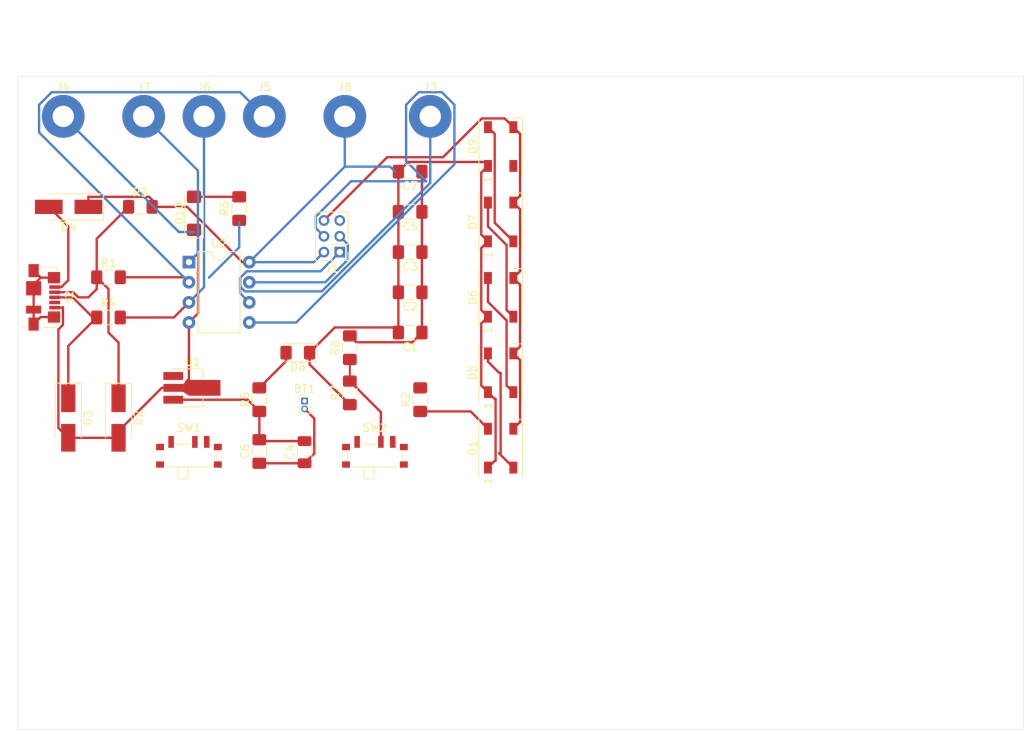
<source format=kicad_pcb>
(kicad_pcb (version 20171130) (host pcbnew "(5.1.7)-1")

  (general
    (thickness 1.6)
    (drawings 6)
    (tracks 183)
    (zones 0)
    (modules 38)
    (nets 26)
  )

  (page A4)
  (layers
    (0 F.Cu signal)
    (31 B.Cu signal)
    (32 B.Adhes user)
    (33 F.Adhes user)
    (34 B.Paste user)
    (35 F.Paste user)
    (36 B.SilkS user)
    (37 F.SilkS user)
    (38 B.Mask user)
    (39 F.Mask user)
    (40 Dwgs.User user)
    (41 Cmts.User user)
    (42 Eco1.User user)
    (43 Eco2.User user)
    (44 Edge.Cuts user)
    (45 Margin user)
    (46 B.CrtYd user)
    (47 F.CrtYd user)
    (48 B.Fab user)
    (49 F.Fab user)
  )

  (setup
    (last_trace_width 0.3)
    (trace_clearance 0.2)
    (zone_clearance 0.508)
    (zone_45_only no)
    (trace_min 0.2)
    (via_size 0.8)
    (via_drill 0.4)
    (via_min_size 0.4)
    (via_min_drill 0.3)
    (uvia_size 0.3)
    (uvia_drill 0.1)
    (uvias_allowed no)
    (uvia_min_size 0.2)
    (uvia_min_drill 0.1)
    (edge_width 0.05)
    (segment_width 0.2)
    (pcb_text_width 0.3)
    (pcb_text_size 1.5 1.5)
    (mod_edge_width 0.12)
    (mod_text_size 1 1)
    (mod_text_width 0.15)
    (pad_size 1.524 1.524)
    (pad_drill 0.762)
    (pad_to_mask_clearance 0.051)
    (solder_mask_min_width 0.25)
    (aux_axis_origin 0 0)
    (visible_elements 7FFFEFFF)
    (pcbplotparams
      (layerselection 0x010fc_ffffffff)
      (usegerberextensions false)
      (usegerberattributes false)
      (usegerberadvancedattributes false)
      (creategerberjobfile false)
      (excludeedgelayer true)
      (linewidth 0.100000)
      (plotframeref false)
      (viasonmask false)
      (mode 1)
      (useauxorigin false)
      (hpglpennumber 1)
      (hpglpenspeed 20)
      (hpglpendiameter 15.000000)
      (psnegative false)
      (psa4output false)
      (plotreference true)
      (plotvalue true)
      (plotinvisibletext false)
      (padsonsilk false)
      (subtractmaskfromsilk false)
      (outputformat 1)
      (mirror false)
      (drillshape 1)
      (scaleselection 1)
      (outputdirectory ""))
  )

  (net 0 "")
  (net 1 "Net-(BT1-Pad1)")
  (net 2 GND)
  (net 3 +5V)
  (net 4 "Net-(C4-Pad2)")
  (net 5 "Net-(D1-Pad4)")
  (net 6 "Net-(D1-Pad2)")
  (net 7 "Net-(D2-Pad1)")
  (net 8 "Net-(D3-Pad1)")
  (net 9 "Net-(D4-Pad2)")
  (net 10 "Net-(D5-Pad2)")
  (net 11 "Net-(D6-Pad2)")
  (net 12 "Net-(D7-Pad2)")
  (net 13 "Net-(D8-Pad2)")
  (net 14 "Net-(D9-Pad2)")
  (net 15 "Net-(D10-Pad2)")
  (net 16 Led)
  (net 17 Sensor)
  (net 18 NeoPixel)
  (net 19 RST)
  (net 20 "Net-(J2-Pad4)")
  (net 21 "Net-(J2-Pad6)")
  (net 22 D-)
  (net 23 D+)
  (net 24 "Net-(R7-Pad2)")
  (net 25 "Net-(SW1-Pad2)")

  (net_class Default "Esta es la clase de red por defecto."
    (clearance 0.2)
    (trace_width 0.3)
    (via_dia 0.8)
    (via_drill 0.4)
    (uvia_dia 0.3)
    (uvia_drill 0.1)
    (add_net +5V)
    (add_net D+)
    (add_net D-)
    (add_net GND)
    (add_net Led)
    (add_net NeoPixel)
    (add_net "Net-(BT1-Pad1)")
    (add_net "Net-(C4-Pad2)")
    (add_net "Net-(D1-Pad2)")
    (add_net "Net-(D1-Pad4)")
    (add_net "Net-(D10-Pad2)")
    (add_net "Net-(D2-Pad1)")
    (add_net "Net-(D3-Pad1)")
    (add_net "Net-(D4-Pad2)")
    (add_net "Net-(D5-Pad2)")
    (add_net "Net-(D6-Pad2)")
    (add_net "Net-(D7-Pad2)")
    (add_net "Net-(D8-Pad2)")
    (add_net "Net-(D9-Pad2)")
    (add_net "Net-(J2-Pad4)")
    (add_net "Net-(J2-Pad6)")
    (add_net "Net-(R7-Pad2)")
    (add_net "Net-(SW1-Pad2)")
    (add_net RST)
    (add_net Sensor)
  )

  (module Connector_PinHeader_1.00mm:PinHeader_1x02_P1.00mm_Vertical (layer F.Cu) (tedit 59FED738) (tstamp 5F7AAFB1)
    (at 112.400001 79.130001)
    (descr "Through hole straight pin header, 1x02, 1.00mm pitch, single row")
    (tags "Through hole pin header THT 1x02 1.00mm single row")
    (path /5F639B5B)
    (fp_text reference BT1 (at 0 -1.56) (layer F.SilkS)
      (effects (font (size 1 1) (thickness 0.15)))
    )
    (fp_text value "9v Bat" (at 0 2.56) (layer F.Fab)
      (effects (font (size 1 1) (thickness 0.15)))
    )
    (fp_line (start 1.15 -1) (end -1.15 -1) (layer F.CrtYd) (width 0.05))
    (fp_line (start 1.15 2) (end 1.15 -1) (layer F.CrtYd) (width 0.05))
    (fp_line (start -1.15 2) (end 1.15 2) (layer F.CrtYd) (width 0.05))
    (fp_line (start -1.15 -1) (end -1.15 2) (layer F.CrtYd) (width 0.05))
    (fp_line (start -0.695 -0.685) (end 0 -0.685) (layer F.SilkS) (width 0.12))
    (fp_line (start -0.695 0) (end -0.695 -0.685) (layer F.SilkS) (width 0.12))
    (fp_line (start 0.608276 0.685) (end 0.695 0.685) (layer F.SilkS) (width 0.12))
    (fp_line (start -0.695 0.685) (end -0.608276 0.685) (layer F.SilkS) (width 0.12))
    (fp_line (start 0.695 0.685) (end 0.695 1.56) (layer F.SilkS) (width 0.12))
    (fp_line (start -0.695 0.685) (end -0.695 1.56) (layer F.SilkS) (width 0.12))
    (fp_line (start 0.394493 1.56) (end 0.695 1.56) (layer F.SilkS) (width 0.12))
    (fp_line (start -0.695 1.56) (end -0.394493 1.56) (layer F.SilkS) (width 0.12))
    (fp_line (start -0.635 -0.1825) (end -0.3175 -0.5) (layer F.Fab) (width 0.1))
    (fp_line (start -0.635 1.5) (end -0.635 -0.1825) (layer F.Fab) (width 0.1))
    (fp_line (start 0.635 1.5) (end -0.635 1.5) (layer F.Fab) (width 0.1))
    (fp_line (start 0.635 -0.5) (end 0.635 1.5) (layer F.Fab) (width 0.1))
    (fp_line (start -0.3175 -0.5) (end 0.635 -0.5) (layer F.Fab) (width 0.1))
    (fp_text user %R (at 0 0.5 90) (layer F.Fab)
      (effects (font (size 0.76 0.76) (thickness 0.114)))
    )
    (pad 1 thru_hole rect (at 0 0) (size 0.85 0.85) (drill 0.5) (layers *.Cu *.Mask)
      (net 1 "Net-(BT1-Pad1)"))
    (pad 2 thru_hole oval (at 0 1) (size 0.85 0.85) (drill 0.5) (layers *.Cu *.Mask)
      (net 2 GND))
    (model ${KISYS3DMOD}/Connector_PinHeader_1.00mm.3dshapes/PinHeader_1x02_P1.00mm_Vertical.wrl
      (at (xyz 0 0 0))
      (scale (xyz 1 1 1))
      (rotate (xyz 0 0 0))
    )
  )

  (module Capacitor_SMD:C_1206_3216Metric_Pad1.42x1.75mm_HandSolder (layer F.Cu) (tedit 5B301BBE) (tstamp 5F7AB4BF)
    (at 125.73 70.485 180)
    (descr "Capacitor SMD 1206 (3216 Metric), square (rectangular) end terminal, IPC_7351 nominal with elongated pad for handsoldering. (Body size source: http://www.tortai-tech.com/upload/download/2011102023233369053.pdf), generated with kicad-footprint-generator")
    (tags "capacitor handsolder")
    (path /5F60C0D1)
    (attr smd)
    (fp_text reference C1 (at 0 -1.82) (layer F.SilkS)
      (effects (font (size 1 1) (thickness 0.15)))
    )
    (fp_text value 0.1uF (at 0 1.82) (layer F.Fab)
      (effects (font (size 1 1) (thickness 0.15)))
    )
    (fp_line (start -1.6 0.8) (end -1.6 -0.8) (layer F.Fab) (width 0.1))
    (fp_line (start -1.6 -0.8) (end 1.6 -0.8) (layer F.Fab) (width 0.1))
    (fp_line (start 1.6 -0.8) (end 1.6 0.8) (layer F.Fab) (width 0.1))
    (fp_line (start 1.6 0.8) (end -1.6 0.8) (layer F.Fab) (width 0.1))
    (fp_line (start -0.602064 -0.91) (end 0.602064 -0.91) (layer F.SilkS) (width 0.12))
    (fp_line (start -0.602064 0.91) (end 0.602064 0.91) (layer F.SilkS) (width 0.12))
    (fp_line (start -2.45 1.12) (end -2.45 -1.12) (layer F.CrtYd) (width 0.05))
    (fp_line (start -2.45 -1.12) (end 2.45 -1.12) (layer F.CrtYd) (width 0.05))
    (fp_line (start 2.45 -1.12) (end 2.45 1.12) (layer F.CrtYd) (width 0.05))
    (fp_line (start 2.45 1.12) (end -2.45 1.12) (layer F.CrtYd) (width 0.05))
    (fp_text user %R (at 0 0) (layer F.Fab)
      (effects (font (size 0.8 0.8) (thickness 0.12)))
    )
    (pad 2 smd roundrect (at 1.4875 0 180) (size 1.425 1.75) (layers F.Cu F.Paste F.Mask) (roundrect_rratio 0.175439)
      (net 3 +5V))
    (pad 1 smd roundrect (at -1.4875 0 180) (size 1.425 1.75) (layers F.Cu F.Paste F.Mask) (roundrect_rratio 0.175439)
      (net 2 GND))
    (model ${KISYS3DMOD}/Capacitor_SMD.3dshapes/C_1206_3216Metric.wrl
      (at (xyz 0 0 0))
      (scale (xyz 1 1 1))
      (rotate (xyz 0 0 0))
    )
  )

  (module Capacitor_SMD:C_1206_3216Metric_Pad1.42x1.75mm_HandSolder (layer F.Cu) (tedit 5B301BBE) (tstamp 5F7AB45F)
    (at 125.73 65.405 180)
    (descr "Capacitor SMD 1206 (3216 Metric), square (rectangular) end terminal, IPC_7351 nominal with elongated pad for handsoldering. (Body size source: http://www.tortai-tech.com/upload/download/2011102023233369053.pdf), generated with kicad-footprint-generator")
    (tags "capacitor handsolder")
    (path /5F60D69F)
    (attr smd)
    (fp_text reference C2 (at 0 -1.82) (layer F.SilkS)
      (effects (font (size 1 1) (thickness 0.15)))
    )
    (fp_text value 0.1uF (at 0 1.82) (layer F.Fab)
      (effects (font (size 1 1) (thickness 0.15)))
    )
    (fp_line (start -1.6 0.8) (end -1.6 -0.8) (layer F.Fab) (width 0.1))
    (fp_line (start -1.6 -0.8) (end 1.6 -0.8) (layer F.Fab) (width 0.1))
    (fp_line (start 1.6 -0.8) (end 1.6 0.8) (layer F.Fab) (width 0.1))
    (fp_line (start 1.6 0.8) (end -1.6 0.8) (layer F.Fab) (width 0.1))
    (fp_line (start -0.602064 -0.91) (end 0.602064 -0.91) (layer F.SilkS) (width 0.12))
    (fp_line (start -0.602064 0.91) (end 0.602064 0.91) (layer F.SilkS) (width 0.12))
    (fp_line (start -2.45 1.12) (end -2.45 -1.12) (layer F.CrtYd) (width 0.05))
    (fp_line (start -2.45 -1.12) (end 2.45 -1.12) (layer F.CrtYd) (width 0.05))
    (fp_line (start 2.45 -1.12) (end 2.45 1.12) (layer F.CrtYd) (width 0.05))
    (fp_line (start 2.45 1.12) (end -2.45 1.12) (layer F.CrtYd) (width 0.05))
    (fp_text user %R (at 0 0) (layer F.Fab)
      (effects (font (size 0.8 0.8) (thickness 0.12)))
    )
    (pad 2 smd roundrect (at 1.4875 0 180) (size 1.425 1.75) (layers F.Cu F.Paste F.Mask) (roundrect_rratio 0.175439)
      (net 3 +5V))
    (pad 1 smd roundrect (at -1.4875 0 180) (size 1.425 1.75) (layers F.Cu F.Paste F.Mask) (roundrect_rratio 0.175439)
      (net 2 GND))
    (model ${KISYS3DMOD}/Capacitor_SMD.3dshapes/C_1206_3216Metric.wrl
      (at (xyz 0 0 0))
      (scale (xyz 1 1 1))
      (rotate (xyz 0 0 0))
    )
  )

  (module Capacitor_SMD:C_1206_3216Metric_Pad1.42x1.75mm_HandSolder (layer F.Cu) (tedit 5B301BBE) (tstamp 5F7AB48F)
    (at 125.73 60.325 180)
    (descr "Capacitor SMD 1206 (3216 Metric), square (rectangular) end terminal, IPC_7351 nominal with elongated pad for handsoldering. (Body size source: http://www.tortai-tech.com/upload/download/2011102023233369053.pdf), generated with kicad-footprint-generator")
    (tags "capacitor handsolder")
    (path /5F60E318)
    (attr smd)
    (fp_text reference C3 (at 0 -1.82) (layer F.SilkS)
      (effects (font (size 1 1) (thickness 0.15)))
    )
    (fp_text value 0.1uF (at 0 1.82) (layer F.Fab)
      (effects (font (size 1 1) (thickness 0.15)))
    )
    (fp_line (start 2.45 1.12) (end -2.45 1.12) (layer F.CrtYd) (width 0.05))
    (fp_line (start 2.45 -1.12) (end 2.45 1.12) (layer F.CrtYd) (width 0.05))
    (fp_line (start -2.45 -1.12) (end 2.45 -1.12) (layer F.CrtYd) (width 0.05))
    (fp_line (start -2.45 1.12) (end -2.45 -1.12) (layer F.CrtYd) (width 0.05))
    (fp_line (start -0.602064 0.91) (end 0.602064 0.91) (layer F.SilkS) (width 0.12))
    (fp_line (start -0.602064 -0.91) (end 0.602064 -0.91) (layer F.SilkS) (width 0.12))
    (fp_line (start 1.6 0.8) (end -1.6 0.8) (layer F.Fab) (width 0.1))
    (fp_line (start 1.6 -0.8) (end 1.6 0.8) (layer F.Fab) (width 0.1))
    (fp_line (start -1.6 -0.8) (end 1.6 -0.8) (layer F.Fab) (width 0.1))
    (fp_line (start -1.6 0.8) (end -1.6 -0.8) (layer F.Fab) (width 0.1))
    (fp_text user %R (at 0 0) (layer F.Fab)
      (effects (font (size 0.8 0.8) (thickness 0.12)))
    )
    (pad 1 smd roundrect (at -1.4875 0 180) (size 1.425 1.75) (layers F.Cu F.Paste F.Mask) (roundrect_rratio 0.175439)
      (net 2 GND))
    (pad 2 smd roundrect (at 1.4875 0 180) (size 1.425 1.75) (layers F.Cu F.Paste F.Mask) (roundrect_rratio 0.175439)
      (net 3 +5V))
    (model ${KISYS3DMOD}/Capacitor_SMD.3dshapes/C_1206_3216Metric.wrl
      (at (xyz 0 0 0))
      (scale (xyz 1 1 1))
      (rotate (xyz 0 0 0))
    )
  )

  (module Capacitor_SMD:C_1206_3216Metric (layer F.Cu) (tedit 5B301BBE) (tstamp 5F7AAFEF)
    (at 112.395 85.595 90)
    (descr "Capacitor SMD 1206 (3216 Metric), square (rectangular) end terminal, IPC_7351 nominal, (Body size source: http://www.tortai-tech.com/upload/download/2011102023233369053.pdf), generated with kicad-footprint-generator")
    (tags capacitor)
    (path /5F64337A)
    (attr smd)
    (fp_text reference C4 (at 0 -1.82 90) (layer F.SilkS)
      (effects (font (size 1 1) (thickness 0.15)))
    )
    (fp_text value 4.7uF (at 0 1.82 90) (layer F.Fab)
      (effects (font (size 1 1) (thickness 0.15)))
    )
    (fp_line (start 2.28 1.12) (end -2.28 1.12) (layer F.CrtYd) (width 0.05))
    (fp_line (start 2.28 -1.12) (end 2.28 1.12) (layer F.CrtYd) (width 0.05))
    (fp_line (start -2.28 -1.12) (end 2.28 -1.12) (layer F.CrtYd) (width 0.05))
    (fp_line (start -2.28 1.12) (end -2.28 -1.12) (layer F.CrtYd) (width 0.05))
    (fp_line (start -0.602064 0.91) (end 0.602064 0.91) (layer F.SilkS) (width 0.12))
    (fp_line (start -0.602064 -0.91) (end 0.602064 -0.91) (layer F.SilkS) (width 0.12))
    (fp_line (start 1.6 0.8) (end -1.6 0.8) (layer F.Fab) (width 0.1))
    (fp_line (start 1.6 -0.8) (end 1.6 0.8) (layer F.Fab) (width 0.1))
    (fp_line (start -1.6 -0.8) (end 1.6 -0.8) (layer F.Fab) (width 0.1))
    (fp_line (start -1.6 0.8) (end -1.6 -0.8) (layer F.Fab) (width 0.1))
    (fp_text user %R (at 0 0 90) (layer F.Fab)
      (effects (font (size 0.8 0.8) (thickness 0.12)))
    )
    (pad 1 smd roundrect (at -1.4 0 90) (size 1.25 1.75) (layers F.Cu F.Paste F.Mask) (roundrect_rratio 0.2)
      (net 2 GND))
    (pad 2 smd roundrect (at 1.4 0 90) (size 1.25 1.75) (layers F.Cu F.Paste F.Mask) (roundrect_rratio 0.2)
      (net 4 "Net-(C4-Pad2)"))
    (model ${KISYS3DMOD}/Capacitor_SMD.3dshapes/C_1206_3216Metric.wrl
      (at (xyz 0 0 0))
      (scale (xyz 1 1 1))
      (rotate (xyz 0 0 0))
    )
  )

  (module Capacitor_SMD:C_1206_3216Metric_Pad1.42x1.75mm_HandSolder (layer F.Cu) (tedit 5B301BBE) (tstamp 5F7AB4EF)
    (at 125.73 55.245 180)
    (descr "Capacitor SMD 1206 (3216 Metric), square (rectangular) end terminal, IPC_7351 nominal with elongated pad for handsoldering. (Body size source: http://www.tortai-tech.com/upload/download/2011102023233369053.pdf), generated with kicad-footprint-generator")
    (tags "capacitor handsolder")
    (path /5F60EEDD)
    (attr smd)
    (fp_text reference C5 (at 0 -1.82) (layer F.SilkS)
      (effects (font (size 1 1) (thickness 0.15)))
    )
    (fp_text value 0.1uF (at 0 1.82) (layer F.Fab)
      (effects (font (size 1 1) (thickness 0.15)))
    )
    (fp_line (start -1.6 0.8) (end -1.6 -0.8) (layer F.Fab) (width 0.1))
    (fp_line (start -1.6 -0.8) (end 1.6 -0.8) (layer F.Fab) (width 0.1))
    (fp_line (start 1.6 -0.8) (end 1.6 0.8) (layer F.Fab) (width 0.1))
    (fp_line (start 1.6 0.8) (end -1.6 0.8) (layer F.Fab) (width 0.1))
    (fp_line (start -0.602064 -0.91) (end 0.602064 -0.91) (layer F.SilkS) (width 0.12))
    (fp_line (start -0.602064 0.91) (end 0.602064 0.91) (layer F.SilkS) (width 0.12))
    (fp_line (start -2.45 1.12) (end -2.45 -1.12) (layer F.CrtYd) (width 0.05))
    (fp_line (start -2.45 -1.12) (end 2.45 -1.12) (layer F.CrtYd) (width 0.05))
    (fp_line (start 2.45 -1.12) (end 2.45 1.12) (layer F.CrtYd) (width 0.05))
    (fp_line (start 2.45 1.12) (end -2.45 1.12) (layer F.CrtYd) (width 0.05))
    (fp_text user %R (at 0 0) (layer F.Fab)
      (effects (font (size 0.8 0.8) (thickness 0.12)))
    )
    (pad 2 smd roundrect (at 1.4875 0 180) (size 1.425 1.75) (layers F.Cu F.Paste F.Mask) (roundrect_rratio 0.175439)
      (net 3 +5V))
    (pad 1 smd roundrect (at -1.4875 0 180) (size 1.425 1.75) (layers F.Cu F.Paste F.Mask) (roundrect_rratio 0.175439)
      (net 2 GND))
    (model ${KISYS3DMOD}/Capacitor_SMD.3dshapes/C_1206_3216Metric.wrl
      (at (xyz 0 0 0))
      (scale (xyz 1 1 1))
      (rotate (xyz 0 0 0))
    )
  )

  (module Capacitor_SMD:C_1206_3216Metric_Pad1.42x1.75mm_HandSolder (layer F.Cu) (tedit 5B301BBE) (tstamp 5F7AB01F)
    (at 106.68 85.5075 90)
    (descr "Capacitor SMD 1206 (3216 Metric), square (rectangular) end terminal, IPC_7351 nominal with elongated pad for handsoldering. (Body size source: http://www.tortai-tech.com/upload/download/2011102023233369053.pdf), generated with kicad-footprint-generator")
    (tags "capacitor handsolder")
    (path /5F641888)
    (attr smd)
    (fp_text reference C6 (at 0 -1.82 90) (layer F.SilkS)
      (effects (font (size 1 1) (thickness 0.15)))
    )
    (fp_text value 0.1uF (at 0 1.82 90) (layer F.Fab)
      (effects (font (size 1 1) (thickness 0.15)))
    )
    (fp_line (start 2.45 1.12) (end -2.45 1.12) (layer F.CrtYd) (width 0.05))
    (fp_line (start 2.45 -1.12) (end 2.45 1.12) (layer F.CrtYd) (width 0.05))
    (fp_line (start -2.45 -1.12) (end 2.45 -1.12) (layer F.CrtYd) (width 0.05))
    (fp_line (start -2.45 1.12) (end -2.45 -1.12) (layer F.CrtYd) (width 0.05))
    (fp_line (start -0.602064 0.91) (end 0.602064 0.91) (layer F.SilkS) (width 0.12))
    (fp_line (start -0.602064 -0.91) (end 0.602064 -0.91) (layer F.SilkS) (width 0.12))
    (fp_line (start 1.6 0.8) (end -1.6 0.8) (layer F.Fab) (width 0.1))
    (fp_line (start 1.6 -0.8) (end 1.6 0.8) (layer F.Fab) (width 0.1))
    (fp_line (start -1.6 -0.8) (end 1.6 -0.8) (layer F.Fab) (width 0.1))
    (fp_line (start -1.6 0.8) (end -1.6 -0.8) (layer F.Fab) (width 0.1))
    (fp_text user %R (at 0 0 90) (layer F.Fab)
      (effects (font (size 0.8 0.8) (thickness 0.12)))
    )
    (pad 1 smd roundrect (at -1.4875 0 90) (size 1.425 1.75) (layers F.Cu F.Paste F.Mask) (roundrect_rratio 0.175439)
      (net 2 GND))
    (pad 2 smd roundrect (at 1.4875 0 90) (size 1.425 1.75) (layers F.Cu F.Paste F.Mask) (roundrect_rratio 0.175439)
      (net 4 "Net-(C4-Pad2)"))
    (model ${KISYS3DMOD}/Capacitor_SMD.3dshapes/C_1206_3216Metric.wrl
      (at (xyz 0 0 0))
      (scale (xyz 1 1 1))
      (rotate (xyz 0 0 0))
    )
  )

  (module Capacitor_SMD:C_1206_3216Metric_Pad1.42x1.75mm_HandSolder (layer F.Cu) (tedit 5B301BBE) (tstamp 5F7AB42F)
    (at 125.73 50.165 180)
    (descr "Capacitor SMD 1206 (3216 Metric), square (rectangular) end terminal, IPC_7351 nominal with elongated pad for handsoldering. (Body size source: http://www.tortai-tech.com/upload/download/2011102023233369053.pdf), generated with kicad-footprint-generator")
    (tags "capacitor handsolder")
    (path /5F60F804)
    (attr smd)
    (fp_text reference C7 (at 0 -1.82) (layer F.SilkS)
      (effects (font (size 1 1) (thickness 0.15)))
    )
    (fp_text value 0.1uF (at 0 1.82) (layer F.Fab)
      (effects (font (size 1 1) (thickness 0.15)))
    )
    (fp_line (start 2.45 1.12) (end -2.45 1.12) (layer F.CrtYd) (width 0.05))
    (fp_line (start 2.45 -1.12) (end 2.45 1.12) (layer F.CrtYd) (width 0.05))
    (fp_line (start -2.45 -1.12) (end 2.45 -1.12) (layer F.CrtYd) (width 0.05))
    (fp_line (start -2.45 1.12) (end -2.45 -1.12) (layer F.CrtYd) (width 0.05))
    (fp_line (start -0.602064 0.91) (end 0.602064 0.91) (layer F.SilkS) (width 0.12))
    (fp_line (start -0.602064 -0.91) (end 0.602064 -0.91) (layer F.SilkS) (width 0.12))
    (fp_line (start 1.6 0.8) (end -1.6 0.8) (layer F.Fab) (width 0.1))
    (fp_line (start 1.6 -0.8) (end 1.6 0.8) (layer F.Fab) (width 0.1))
    (fp_line (start -1.6 -0.8) (end 1.6 -0.8) (layer F.Fab) (width 0.1))
    (fp_line (start -1.6 0.8) (end -1.6 -0.8) (layer F.Fab) (width 0.1))
    (fp_text user %R (at 0 0) (layer F.Fab)
      (effects (font (size 0.8 0.8) (thickness 0.12)))
    )
    (pad 1 smd roundrect (at -1.4875 0 180) (size 1.425 1.75) (layers F.Cu F.Paste F.Mask) (roundrect_rratio 0.175439)
      (net 2 GND))
    (pad 2 smd roundrect (at 1.4875 0 180) (size 1.425 1.75) (layers F.Cu F.Paste F.Mask) (roundrect_rratio 0.175439)
      (net 3 +5V))
    (model ${KISYS3DMOD}/Capacitor_SMD.3dshapes/C_1206_3216Metric.wrl
      (at (xyz 0 0 0))
      (scale (xyz 1 1 1))
      (rotate (xyz 0 0 0))
    )
  )

  (module LED_SMD:LED_WS2812B_PLCC4_5.0x5.0mm_P3.2mm (layer F.Cu) (tedit 5AA4B285) (tstamp 5F7AB525)
    (at 137.16 85.09 90)
    (descr https://cdn-shop.adafruit.com/datasheets/WS2812B.pdf)
    (tags "LED RGB NeoPixel")
    (path /5F6014E6)
    (attr smd)
    (fp_text reference D1 (at 0 -3.5 90) (layer F.SilkS)
      (effects (font (size 1 1) (thickness 0.15)))
    )
    (fp_text value WS2812B (at 0 4 90) (layer F.Fab)
      (effects (font (size 1 1) (thickness 0.15)))
    )
    (fp_circle (center 0 0) (end 0 -2) (layer F.Fab) (width 0.1))
    (fp_line (start 3.65 2.75) (end 3.65 1.6) (layer F.SilkS) (width 0.12))
    (fp_line (start -3.65 2.75) (end 3.65 2.75) (layer F.SilkS) (width 0.12))
    (fp_line (start -3.65 -2.75) (end 3.65 -2.75) (layer F.SilkS) (width 0.12))
    (fp_line (start 2.5 -2.5) (end -2.5 -2.5) (layer F.Fab) (width 0.1))
    (fp_line (start 2.5 2.5) (end 2.5 -2.5) (layer F.Fab) (width 0.1))
    (fp_line (start -2.5 2.5) (end 2.5 2.5) (layer F.Fab) (width 0.1))
    (fp_line (start -2.5 -2.5) (end -2.5 2.5) (layer F.Fab) (width 0.1))
    (fp_line (start 2.5 1.5) (end 1.5 2.5) (layer F.Fab) (width 0.1))
    (fp_line (start -3.45 -2.75) (end -3.45 2.75) (layer F.CrtYd) (width 0.05))
    (fp_line (start -3.45 2.75) (end 3.45 2.75) (layer F.CrtYd) (width 0.05))
    (fp_line (start 3.45 2.75) (end 3.45 -2.75) (layer F.CrtYd) (width 0.05))
    (fp_line (start 3.45 -2.75) (end -3.45 -2.75) (layer F.CrtYd) (width 0.05))
    (fp_text user 1 (at -4.15 -1.6 90) (layer F.SilkS)
      (effects (font (size 1 1) (thickness 0.15)))
    )
    (fp_text user %R (at 0 0 90) (layer F.Fab)
      (effects (font (size 0.8 0.8) (thickness 0.15)))
    )
    (pad 3 smd rect (at 2.45 1.6 90) (size 1.5 1) (layers F.Cu F.Paste F.Mask)
      (net 2 GND))
    (pad 4 smd rect (at 2.45 -1.6 90) (size 1.5 1) (layers F.Cu F.Paste F.Mask)
      (net 5 "Net-(D1-Pad4)"))
    (pad 2 smd rect (at -2.45 1.6 90) (size 1.5 1) (layers F.Cu F.Paste F.Mask)
      (net 6 "Net-(D1-Pad2)"))
    (pad 1 smd rect (at -2.45 -1.6 90) (size 1.5 1) (layers F.Cu F.Paste F.Mask)
      (net 3 +5V))
    (model ${KISYS3DMOD}/LED_SMD.3dshapes/LED_WS2812B_PLCC4_5.0x5.0mm_P3.2mm.wrl
      (at (xyz 0 0 0))
      (scale (xyz 1 1 1))
      (rotate (xyz 0 0 0))
    )
  )

  (module Diode_SMD:D_SMA_Handsoldering (layer F.Cu) (tedit 58643398) (tstamp 5F610A99)
    (at 88.9 81.28 270)
    (descr "Diode SMA (DO-214AC) Handsoldering")
    (tags "Diode SMA (DO-214AC) Handsoldering")
    (path /5F5E66EE)
    (attr smd)
    (fp_text reference D2 (at 0 -2.5 90) (layer F.SilkS)
      (effects (font (size 1 1) (thickness 0.15)))
    )
    (fp_text value "3.6 Zener" (at 0 2.6 90) (layer F.Fab)
      (effects (font (size 1 1) (thickness 0.15)))
    )
    (fp_line (start -4.4 -1.65) (end 2.5 -1.65) (layer F.SilkS) (width 0.12))
    (fp_line (start -4.4 1.65) (end 2.5 1.65) (layer F.SilkS) (width 0.12))
    (fp_line (start -0.64944 0.00102) (end 0.50118 -0.79908) (layer F.Fab) (width 0.1))
    (fp_line (start -0.64944 0.00102) (end 0.50118 0.75032) (layer F.Fab) (width 0.1))
    (fp_line (start 0.50118 0.75032) (end 0.50118 -0.79908) (layer F.Fab) (width 0.1))
    (fp_line (start -0.64944 -0.79908) (end -0.64944 0.80112) (layer F.Fab) (width 0.1))
    (fp_line (start 0.50118 0.00102) (end 1.4994 0.00102) (layer F.Fab) (width 0.1))
    (fp_line (start -0.64944 0.00102) (end -1.55114 0.00102) (layer F.Fab) (width 0.1))
    (fp_line (start -4.5 1.75) (end -4.5 -1.75) (layer F.CrtYd) (width 0.05))
    (fp_line (start 4.5 1.75) (end -4.5 1.75) (layer F.CrtYd) (width 0.05))
    (fp_line (start 4.5 -1.75) (end 4.5 1.75) (layer F.CrtYd) (width 0.05))
    (fp_line (start -4.5 -1.75) (end 4.5 -1.75) (layer F.CrtYd) (width 0.05))
    (fp_line (start 2.3 -1.5) (end -2.3 -1.5) (layer F.Fab) (width 0.1))
    (fp_line (start 2.3 -1.5) (end 2.3 1.5) (layer F.Fab) (width 0.1))
    (fp_line (start -2.3 1.5) (end -2.3 -1.5) (layer F.Fab) (width 0.1))
    (fp_line (start 2.3 1.5) (end -2.3 1.5) (layer F.Fab) (width 0.1))
    (fp_line (start -4.4 -1.65) (end -4.4 1.65) (layer F.SilkS) (width 0.12))
    (fp_text user %R (at 0 -2.5 90) (layer F.Fab)
      (effects (font (size 1 1) (thickness 0.15)))
    )
    (pad 1 smd rect (at -2.5 0 270) (size 3.5 1.8) (layers F.Cu F.Paste F.Mask)
      (net 7 "Net-(D2-Pad1)"))
    (pad 2 smd rect (at 2.5 0 270) (size 3.5 1.8) (layers F.Cu F.Paste F.Mask)
      (net 2 GND))
    (model ${KISYS3DMOD}/Diode_SMD.3dshapes/D_SMA.wrl
      (at (xyz 0 0 0))
      (scale (xyz 1 1 1))
      (rotate (xyz 0 0 0))
    )
  )

  (module Diode_SMD:D_SMA_Handsoldering (layer F.Cu) (tedit 58643398) (tstamp 5F610AB1)
    (at 82.55 81.28 270)
    (descr "Diode SMA (DO-214AC) Handsoldering")
    (tags "Diode SMA (DO-214AC) Handsoldering")
    (path /5F5E84B6)
    (attr smd)
    (fp_text reference D3 (at 0 -2.5 90) (layer F.SilkS)
      (effects (font (size 1 1) (thickness 0.15)))
    )
    (fp_text value "3.6 Zener" (at 0 2.6 90) (layer F.Fab)
      (effects (font (size 1 1) (thickness 0.15)))
    )
    (fp_line (start -4.4 -1.65) (end -4.4 1.65) (layer F.SilkS) (width 0.12))
    (fp_line (start 2.3 1.5) (end -2.3 1.5) (layer F.Fab) (width 0.1))
    (fp_line (start -2.3 1.5) (end -2.3 -1.5) (layer F.Fab) (width 0.1))
    (fp_line (start 2.3 -1.5) (end 2.3 1.5) (layer F.Fab) (width 0.1))
    (fp_line (start 2.3 -1.5) (end -2.3 -1.5) (layer F.Fab) (width 0.1))
    (fp_line (start -4.5 -1.75) (end 4.5 -1.75) (layer F.CrtYd) (width 0.05))
    (fp_line (start 4.5 -1.75) (end 4.5 1.75) (layer F.CrtYd) (width 0.05))
    (fp_line (start 4.5 1.75) (end -4.5 1.75) (layer F.CrtYd) (width 0.05))
    (fp_line (start -4.5 1.75) (end -4.5 -1.75) (layer F.CrtYd) (width 0.05))
    (fp_line (start -0.64944 0.00102) (end -1.55114 0.00102) (layer F.Fab) (width 0.1))
    (fp_line (start 0.50118 0.00102) (end 1.4994 0.00102) (layer F.Fab) (width 0.1))
    (fp_line (start -0.64944 -0.79908) (end -0.64944 0.80112) (layer F.Fab) (width 0.1))
    (fp_line (start 0.50118 0.75032) (end 0.50118 -0.79908) (layer F.Fab) (width 0.1))
    (fp_line (start -0.64944 0.00102) (end 0.50118 0.75032) (layer F.Fab) (width 0.1))
    (fp_line (start -0.64944 0.00102) (end 0.50118 -0.79908) (layer F.Fab) (width 0.1))
    (fp_line (start -4.4 1.65) (end 2.5 1.65) (layer F.SilkS) (width 0.12))
    (fp_line (start -4.4 -1.65) (end 2.5 -1.65) (layer F.SilkS) (width 0.12))
    (fp_text user %R (at 0 -2.5 90) (layer F.Fab)
      (effects (font (size 1 1) (thickness 0.15)))
    )
    (pad 2 smd rect (at 2.5 0 270) (size 3.5 1.8) (layers F.Cu F.Paste F.Mask)
      (net 2 GND))
    (pad 1 smd rect (at -2.5 0 270) (size 3.5 1.8) (layers F.Cu F.Paste F.Mask)
      (net 8 "Net-(D3-Pad1)"))
    (model ${KISYS3DMOD}/Diode_SMD.3dshapes/D_SMA.wrl
      (at (xyz 0 0 0))
      (scale (xyz 1 1 1))
      (rotate (xyz 0 0 0))
    )
  )

  (module Diode_SMD:D_SMA_Handsoldering (layer F.Cu) (tedit 58643398) (tstamp 5F610AC9)
    (at 82.59 54.61 180)
    (descr "Diode SMA (DO-214AC) Handsoldering")
    (tags "Diode SMA (DO-214AC) Handsoldering")
    (path /5F5F83CD)
    (attr smd)
    (fp_text reference D4 (at 0 -2.5) (layer F.SilkS)
      (effects (font (size 1 1) (thickness 0.15)))
    )
    (fp_text value 1N5819 (at 0 2.6) (layer F.Fab)
      (effects (font (size 1 1) (thickness 0.15)))
    )
    (fp_line (start -4.4 -1.65) (end 2.5 -1.65) (layer F.SilkS) (width 0.12))
    (fp_line (start -4.4 1.65) (end 2.5 1.65) (layer F.SilkS) (width 0.12))
    (fp_line (start -0.64944 0.00102) (end 0.50118 -0.79908) (layer F.Fab) (width 0.1))
    (fp_line (start -0.64944 0.00102) (end 0.50118 0.75032) (layer F.Fab) (width 0.1))
    (fp_line (start 0.50118 0.75032) (end 0.50118 -0.79908) (layer F.Fab) (width 0.1))
    (fp_line (start -0.64944 -0.79908) (end -0.64944 0.80112) (layer F.Fab) (width 0.1))
    (fp_line (start 0.50118 0.00102) (end 1.4994 0.00102) (layer F.Fab) (width 0.1))
    (fp_line (start -0.64944 0.00102) (end -1.55114 0.00102) (layer F.Fab) (width 0.1))
    (fp_line (start -4.5 1.75) (end -4.5 -1.75) (layer F.CrtYd) (width 0.05))
    (fp_line (start 4.5 1.75) (end -4.5 1.75) (layer F.CrtYd) (width 0.05))
    (fp_line (start 4.5 -1.75) (end 4.5 1.75) (layer F.CrtYd) (width 0.05))
    (fp_line (start -4.5 -1.75) (end 4.5 -1.75) (layer F.CrtYd) (width 0.05))
    (fp_line (start 2.3 -1.5) (end -2.3 -1.5) (layer F.Fab) (width 0.1))
    (fp_line (start 2.3 -1.5) (end 2.3 1.5) (layer F.Fab) (width 0.1))
    (fp_line (start -2.3 1.5) (end -2.3 -1.5) (layer F.Fab) (width 0.1))
    (fp_line (start 2.3 1.5) (end -2.3 1.5) (layer F.Fab) (width 0.1))
    (fp_line (start -4.4 -1.65) (end -4.4 1.65) (layer F.SilkS) (width 0.12))
    (fp_text user %R (at 0 -2.5) (layer F.Fab)
      (effects (font (size 1 1) (thickness 0.15)))
    )
    (pad 1 smd rect (at -2.5 0 180) (size 3.5 1.8) (layers F.Cu F.Paste F.Mask)
      (net 3 +5V))
    (pad 2 smd rect (at 2.5 0 180) (size 3.5 1.8) (layers F.Cu F.Paste F.Mask)
      (net 9 "Net-(D4-Pad2)"))
    (model ${KISYS3DMOD}/Diode_SMD.3dshapes/D_SMA.wrl
      (at (xyz 0 0 0))
      (scale (xyz 1 1 1))
      (rotate (xyz 0 0 0))
    )
  )

  (module LED_SMD:LED_WS2812B_PLCC4_5.0x5.0mm_P3.2mm (layer F.Cu) (tedit 5AA4B285) (tstamp 5F7AB65D)
    (at 137.16 75.565 90)
    (descr https://cdn-shop.adafruit.com/datasheets/WS2812B.pdf)
    (tags "LED RGB NeoPixel")
    (path /5F6047A9)
    (attr smd)
    (fp_text reference D5 (at 0 -3.5 90) (layer F.SilkS)
      (effects (font (size 1 1) (thickness 0.15)))
    )
    (fp_text value WS2812B (at 0 4 90) (layer F.Fab)
      (effects (font (size 1 1) (thickness 0.15)))
    )
    (fp_line (start 3.45 -2.75) (end -3.45 -2.75) (layer F.CrtYd) (width 0.05))
    (fp_line (start 3.45 2.75) (end 3.45 -2.75) (layer F.CrtYd) (width 0.05))
    (fp_line (start -3.45 2.75) (end 3.45 2.75) (layer F.CrtYd) (width 0.05))
    (fp_line (start -3.45 -2.75) (end -3.45 2.75) (layer F.CrtYd) (width 0.05))
    (fp_line (start 2.5 1.5) (end 1.5 2.5) (layer F.Fab) (width 0.1))
    (fp_line (start -2.5 -2.5) (end -2.5 2.5) (layer F.Fab) (width 0.1))
    (fp_line (start -2.5 2.5) (end 2.5 2.5) (layer F.Fab) (width 0.1))
    (fp_line (start 2.5 2.5) (end 2.5 -2.5) (layer F.Fab) (width 0.1))
    (fp_line (start 2.5 -2.5) (end -2.5 -2.5) (layer F.Fab) (width 0.1))
    (fp_line (start -3.65 -2.75) (end 3.65 -2.75) (layer F.SilkS) (width 0.12))
    (fp_line (start -3.65 2.75) (end 3.65 2.75) (layer F.SilkS) (width 0.12))
    (fp_line (start 3.65 2.75) (end 3.65 1.6) (layer F.SilkS) (width 0.12))
    (fp_circle (center 0 0) (end 0 -2) (layer F.Fab) (width 0.1))
    (fp_text user %R (at 0 0 90) (layer F.Fab)
      (effects (font (size 0.8 0.8) (thickness 0.15)))
    )
    (fp_text user 1 (at -4.15 -1.6 90) (layer F.SilkS)
      (effects (font (size 1 1) (thickness 0.15)))
    )
    (pad 1 smd rect (at -2.45 -1.6 90) (size 1.5 1) (layers F.Cu F.Paste F.Mask)
      (net 3 +5V))
    (pad 2 smd rect (at -2.45 1.6 90) (size 1.5 1) (layers F.Cu F.Paste F.Mask)
      (net 10 "Net-(D5-Pad2)"))
    (pad 4 smd rect (at 2.45 -1.6 90) (size 1.5 1) (layers F.Cu F.Paste F.Mask)
      (net 6 "Net-(D1-Pad2)"))
    (pad 3 smd rect (at 2.45 1.6 90) (size 1.5 1) (layers F.Cu F.Paste F.Mask)
      (net 2 GND))
    (model ${KISYS3DMOD}/LED_SMD.3dshapes/LED_WS2812B_PLCC4_5.0x5.0mm_P3.2mm.wrl
      (at (xyz 0 0 0))
      (scale (xyz 1 1 1))
      (rotate (xyz 0 0 0))
    )
  )

  (module LED_SMD:LED_WS2812B_PLCC4_5.0x5.0mm_P3.2mm (layer F.Cu) (tedit 5AA4B285) (tstamp 5F7AB567)
    (at 137.16 66.04 90)
    (descr https://cdn-shop.adafruit.com/datasheets/WS2812B.pdf)
    (tags "LED RGB NeoPixel")
    (path /5F60652A)
    (attr smd)
    (fp_text reference D6 (at 0 -3.5 90) (layer F.SilkS)
      (effects (font (size 1 1) (thickness 0.15)))
    )
    (fp_text value WS2812B (at 0 4 90) (layer F.Fab)
      (effects (font (size 1 1) (thickness 0.15)))
    )
    (fp_circle (center 0 0) (end 0 -2) (layer F.Fab) (width 0.1))
    (fp_line (start 3.65 2.75) (end 3.65 1.6) (layer F.SilkS) (width 0.12))
    (fp_line (start -3.65 2.75) (end 3.65 2.75) (layer F.SilkS) (width 0.12))
    (fp_line (start -3.65 -2.75) (end 3.65 -2.75) (layer F.SilkS) (width 0.12))
    (fp_line (start 2.5 -2.5) (end -2.5 -2.5) (layer F.Fab) (width 0.1))
    (fp_line (start 2.5 2.5) (end 2.5 -2.5) (layer F.Fab) (width 0.1))
    (fp_line (start -2.5 2.5) (end 2.5 2.5) (layer F.Fab) (width 0.1))
    (fp_line (start -2.5 -2.5) (end -2.5 2.5) (layer F.Fab) (width 0.1))
    (fp_line (start 2.5 1.5) (end 1.5 2.5) (layer F.Fab) (width 0.1))
    (fp_line (start -3.45 -2.75) (end -3.45 2.75) (layer F.CrtYd) (width 0.05))
    (fp_line (start -3.45 2.75) (end 3.45 2.75) (layer F.CrtYd) (width 0.05))
    (fp_line (start 3.45 2.75) (end 3.45 -2.75) (layer F.CrtYd) (width 0.05))
    (fp_line (start 3.45 -2.75) (end -3.45 -2.75) (layer F.CrtYd) (width 0.05))
    (fp_text user 1 (at -4.15 -1.6 90) (layer F.SilkS)
      (effects (font (size 1 1) (thickness 0.15)))
    )
    (fp_text user %R (at 0 0 90) (layer F.Fab)
      (effects (font (size 0.8 0.8) (thickness 0.15)))
    )
    (pad 3 smd rect (at 2.45 1.6 90) (size 1.5 1) (layers F.Cu F.Paste F.Mask)
      (net 2 GND))
    (pad 4 smd rect (at 2.45 -1.6 90) (size 1.5 1) (layers F.Cu F.Paste F.Mask)
      (net 10 "Net-(D5-Pad2)"))
    (pad 2 smd rect (at -2.45 1.6 90) (size 1.5 1) (layers F.Cu F.Paste F.Mask)
      (net 11 "Net-(D6-Pad2)"))
    (pad 1 smd rect (at -2.45 -1.6 90) (size 1.5 1) (layers F.Cu F.Paste F.Mask)
      (net 3 +5V))
    (model ${KISYS3DMOD}/LED_SMD.3dshapes/LED_WS2812B_PLCC4_5.0x5.0mm_P3.2mm.wrl
      (at (xyz 0 0 0))
      (scale (xyz 1 1 1))
      (rotate (xyz 0 0 0))
    )
  )

  (module LED_SMD:LED_WS2812B_PLCC4_5.0x5.0mm_P3.2mm (layer F.Cu) (tedit 5AA4B285) (tstamp 5F7AB61B)
    (at 137.16 56.515 90)
    (descr https://cdn-shop.adafruit.com/datasheets/WS2812B.pdf)
    (tags "LED RGB NeoPixel")
    (path /5F608CFC)
    (attr smd)
    (fp_text reference D7 (at 0 -3.5 90) (layer F.SilkS)
      (effects (font (size 1 1) (thickness 0.15)))
    )
    (fp_text value WS2812B (at 0 4 90) (layer F.Fab)
      (effects (font (size 1 1) (thickness 0.15)))
    )
    (fp_line (start 3.45 -2.75) (end -3.45 -2.75) (layer F.CrtYd) (width 0.05))
    (fp_line (start 3.45 2.75) (end 3.45 -2.75) (layer F.CrtYd) (width 0.05))
    (fp_line (start -3.45 2.75) (end 3.45 2.75) (layer F.CrtYd) (width 0.05))
    (fp_line (start -3.45 -2.75) (end -3.45 2.75) (layer F.CrtYd) (width 0.05))
    (fp_line (start 2.5 1.5) (end 1.5 2.5) (layer F.Fab) (width 0.1))
    (fp_line (start -2.5 -2.5) (end -2.5 2.5) (layer F.Fab) (width 0.1))
    (fp_line (start -2.5 2.5) (end 2.5 2.5) (layer F.Fab) (width 0.1))
    (fp_line (start 2.5 2.5) (end 2.5 -2.5) (layer F.Fab) (width 0.1))
    (fp_line (start 2.5 -2.5) (end -2.5 -2.5) (layer F.Fab) (width 0.1))
    (fp_line (start -3.65 -2.75) (end 3.65 -2.75) (layer F.SilkS) (width 0.12))
    (fp_line (start -3.65 2.75) (end 3.65 2.75) (layer F.SilkS) (width 0.12))
    (fp_line (start 3.65 2.75) (end 3.65 1.6) (layer F.SilkS) (width 0.12))
    (fp_circle (center 0 0) (end 0 -2) (layer F.Fab) (width 0.1))
    (fp_text user %R (at 0 0 90) (layer F.Fab)
      (effects (font (size 0.8 0.8) (thickness 0.15)))
    )
    (fp_text user 1 (at -4.15 -1.6 90) (layer F.SilkS)
      (effects (font (size 1 1) (thickness 0.15)))
    )
    (pad 1 smd rect (at -2.45 -1.6 90) (size 1.5 1) (layers F.Cu F.Paste F.Mask)
      (net 3 +5V))
    (pad 2 smd rect (at -2.45 1.6 90) (size 1.5 1) (layers F.Cu F.Paste F.Mask)
      (net 12 "Net-(D7-Pad2)"))
    (pad 4 smd rect (at 2.45 -1.6 90) (size 1.5 1) (layers F.Cu F.Paste F.Mask)
      (net 11 "Net-(D6-Pad2)"))
    (pad 3 smd rect (at 2.45 1.6 90) (size 1.5 1) (layers F.Cu F.Paste F.Mask)
      (net 2 GND))
    (model ${KISYS3DMOD}/LED_SMD.3dshapes/LED_WS2812B_PLCC4_5.0x5.0mm_P3.2mm.wrl
      (at (xyz 0 0 0))
      (scale (xyz 1 1 1))
      (rotate (xyz 0 0 0))
    )
  )

  (module LED_SMD:LED_1206_3216Metric_Pad1.42x1.75mm_HandSolder (layer F.Cu) (tedit 5B4B45C9) (tstamp 5F7AB10E)
    (at 111.5425 73.025 180)
    (descr "LED SMD 1206 (3216 Metric), square (rectangular) end terminal, IPC_7351 nominal, (Body size source: http://www.tortai-tech.com/upload/download/2011102023233369053.pdf), generated with kicad-footprint-generator")
    (tags "LED handsolder")
    (path /5F648FD1)
    (attr smd)
    (fp_text reference D8 (at 0 -1.82) (layer F.SilkS)
      (effects (font (size 1 1) (thickness 0.15)))
    )
    (fp_text value "PWR Led" (at 0 1.82) (layer F.Fab)
      (effects (font (size 1 1) (thickness 0.15)))
    )
    (fp_line (start 2.45 1.12) (end -2.45 1.12) (layer F.CrtYd) (width 0.05))
    (fp_line (start 2.45 -1.12) (end 2.45 1.12) (layer F.CrtYd) (width 0.05))
    (fp_line (start -2.45 -1.12) (end 2.45 -1.12) (layer F.CrtYd) (width 0.05))
    (fp_line (start -2.45 1.12) (end -2.45 -1.12) (layer F.CrtYd) (width 0.05))
    (fp_line (start -2.46 1.135) (end 1.6 1.135) (layer F.SilkS) (width 0.12))
    (fp_line (start -2.46 -1.135) (end -2.46 1.135) (layer F.SilkS) (width 0.12))
    (fp_line (start 1.6 -1.135) (end -2.46 -1.135) (layer F.SilkS) (width 0.12))
    (fp_line (start 1.6 0.8) (end 1.6 -0.8) (layer F.Fab) (width 0.1))
    (fp_line (start -1.6 0.8) (end 1.6 0.8) (layer F.Fab) (width 0.1))
    (fp_line (start -1.6 -0.4) (end -1.6 0.8) (layer F.Fab) (width 0.1))
    (fp_line (start -1.2 -0.8) (end -1.6 -0.4) (layer F.Fab) (width 0.1))
    (fp_line (start 1.6 -0.8) (end -1.2 -0.8) (layer F.Fab) (width 0.1))
    (fp_text user %R (at 0 0) (layer F.Fab)
      (effects (font (size 0.8 0.8) (thickness 0.12)))
    )
    (pad 1 smd roundrect (at -1.4875 0 180) (size 1.425 1.75) (layers F.Cu F.Paste F.Mask) (roundrect_rratio 0.175439)
      (net 3 +5V))
    (pad 2 smd roundrect (at 1.4875 0 180) (size 1.425 1.75) (layers F.Cu F.Paste F.Mask) (roundrect_rratio 0.175439)
      (net 13 "Net-(D8-Pad2)"))
    (model ${KISYS3DMOD}/LED_SMD.3dshapes/LED_1206_3216Metric.wrl
      (at (xyz 0 0 0))
      (scale (xyz 1 1 1))
      (rotate (xyz 0 0 0))
    )
  )

  (module LED_SMD:LED_WS2812B_PLCC4_5.0x5.0mm_P3.2mm (layer F.Cu) (tedit 5AA4B285) (tstamp 5F7AB5D9)
    (at 137.16 46.99 90)
    (descr https://cdn-shop.adafruit.com/datasheets/WS2812B.pdf)
    (tags "LED RGB NeoPixel")
    (path /5F609A74)
    (attr smd)
    (fp_text reference D9 (at 0 -3.5 90) (layer F.SilkS)
      (effects (font (size 1 1) (thickness 0.15)))
    )
    (fp_text value WS2812B (at 0 4 90) (layer F.Fab)
      (effects (font (size 1 1) (thickness 0.15)))
    )
    (fp_circle (center 0 0) (end 0 -2) (layer F.Fab) (width 0.1))
    (fp_line (start 3.65 2.75) (end 3.65 1.6) (layer F.SilkS) (width 0.12))
    (fp_line (start -3.65 2.75) (end 3.65 2.75) (layer F.SilkS) (width 0.12))
    (fp_line (start -3.65 -2.75) (end 3.65 -2.75) (layer F.SilkS) (width 0.12))
    (fp_line (start 2.5 -2.5) (end -2.5 -2.5) (layer F.Fab) (width 0.1))
    (fp_line (start 2.5 2.5) (end 2.5 -2.5) (layer F.Fab) (width 0.1))
    (fp_line (start -2.5 2.5) (end 2.5 2.5) (layer F.Fab) (width 0.1))
    (fp_line (start -2.5 -2.5) (end -2.5 2.5) (layer F.Fab) (width 0.1))
    (fp_line (start 2.5 1.5) (end 1.5 2.5) (layer F.Fab) (width 0.1))
    (fp_line (start -3.45 -2.75) (end -3.45 2.75) (layer F.CrtYd) (width 0.05))
    (fp_line (start -3.45 2.75) (end 3.45 2.75) (layer F.CrtYd) (width 0.05))
    (fp_line (start 3.45 2.75) (end 3.45 -2.75) (layer F.CrtYd) (width 0.05))
    (fp_line (start 3.45 -2.75) (end -3.45 -2.75) (layer F.CrtYd) (width 0.05))
    (fp_text user 1 (at -4.15 -1.6 90) (layer F.SilkS)
      (effects (font (size 1 1) (thickness 0.15)))
    )
    (fp_text user %R (at 0 0 90) (layer F.Fab)
      (effects (font (size 0.8 0.8) (thickness 0.15)))
    )
    (pad 3 smd rect (at 2.45 1.6 90) (size 1.5 1) (layers F.Cu F.Paste F.Mask)
      (net 2 GND))
    (pad 4 smd rect (at 2.45 -1.6 90) (size 1.5 1) (layers F.Cu F.Paste F.Mask)
      (net 12 "Net-(D7-Pad2)"))
    (pad 2 smd rect (at -2.45 1.6 90) (size 1.5 1) (layers F.Cu F.Paste F.Mask)
      (net 14 "Net-(D9-Pad2)"))
    (pad 1 smd rect (at -2.45 -1.6 90) (size 1.5 1) (layers F.Cu F.Paste F.Mask)
      (net 3 +5V))
    (model ${KISYS3DMOD}/LED_SMD.3dshapes/LED_WS2812B_PLCC4_5.0x5.0mm_P3.2mm.wrl
      (at (xyz 0 0 0))
      (scale (xyz 1 1 1))
      (rotate (xyz 0 0 0))
    )
  )

  (module LED_SMD:LED_1806_4516Metric_Pad1.57x1.80mm_HandSolder (layer F.Cu) (tedit 5B4B45C9) (tstamp 5F7ABA36)
    (at 98.425 55.4275 90)
    (descr "LED SMD 1806 (4516 Metric), square (rectangular) end terminal, IPC_7351 nominal, (Body size source: https://www.modelithics.com/models/Vendor/MuRata/BLM41P.pdf), generated with kicad-footprint-generator")
    (tags "LED handsolder")
    (path /5F69AD0F)
    (attr smd)
    (fp_text reference D10 (at 0 -1.85 90) (layer F.SilkS)
      (effects (font (size 1 1) (thickness 0.15)))
    )
    (fp_text value "Test Led" (at 0 1.85 90) (layer F.Fab)
      (effects (font (size 1 1) (thickness 0.15)))
    )
    (fp_line (start 3.12 1.15) (end -3.12 1.15) (layer F.CrtYd) (width 0.05))
    (fp_line (start 3.12 -1.15) (end 3.12 1.15) (layer F.CrtYd) (width 0.05))
    (fp_line (start -3.12 -1.15) (end 3.12 -1.15) (layer F.CrtYd) (width 0.05))
    (fp_line (start -3.12 1.15) (end -3.12 -1.15) (layer F.CrtYd) (width 0.05))
    (fp_line (start -3.135 1.16) (end 2.25 1.16) (layer F.SilkS) (width 0.12))
    (fp_line (start -3.135 -1.16) (end -3.135 1.16) (layer F.SilkS) (width 0.12))
    (fp_line (start 2.25 -1.16) (end -3.135 -1.16) (layer F.SilkS) (width 0.12))
    (fp_line (start 2.25 0.8) (end 2.25 -0.8) (layer F.Fab) (width 0.1))
    (fp_line (start -2.25 0.8) (end 2.25 0.8) (layer F.Fab) (width 0.1))
    (fp_line (start -2.25 -0.4) (end -2.25 0.8) (layer F.Fab) (width 0.1))
    (fp_line (start -1.85 -0.8) (end -2.25 -0.4) (layer F.Fab) (width 0.1))
    (fp_line (start 2.25 -0.8) (end -1.85 -0.8) (layer F.Fab) (width 0.1))
    (fp_text user %R (at 0 0 90) (layer F.Fab)
      (effects (font (size 1 1) (thickness 0.15)))
    )
    (pad 1 smd roundrect (at -2.0875 0 90) (size 1.575 1.8) (layers F.Cu F.Paste F.Mask) (roundrect_rratio 0.15873)
      (net 2 GND))
    (pad 2 smd roundrect (at 2.0875 0 90) (size 1.575 1.8) (layers F.Cu F.Paste F.Mask) (roundrect_rratio 0.15873)
      (net 15 "Net-(D10-Pad2)"))
    (model ${KISYS3DMOD}/LED_SMD.3dshapes/LED_1806_4516Metric.wrl
      (at (xyz 0 0 0))
      (scale (xyz 1 1 1))
      (rotate (xyz 0 0 0))
    )
  )

  (module Connector_PinHeader_2.00mm:PinHeader_2x03_P2.00mm_Vertical (layer F.Cu) (tedit 59FED667) (tstamp 5F610B67)
    (at 116.84 60.325 180)
    (descr "Through hole straight pin header, 2x03, 2.00mm pitch, double rows")
    (tags "Through hole pin header THT 2x03 2.00mm double row")
    (path /5F770CA6)
    (fp_text reference J1 (at 1 -2.06) (layer F.SilkS)
      (effects (font (size 1 1) (thickness 0.15)))
    )
    (fp_text value AVR/ISP (at 1 6.06) (layer F.Fab)
      (effects (font (size 1 1) (thickness 0.15)))
    )
    (fp_line (start 3.5 -1.5) (end -1.5 -1.5) (layer F.CrtYd) (width 0.05))
    (fp_line (start 3.5 5.5) (end 3.5 -1.5) (layer F.CrtYd) (width 0.05))
    (fp_line (start -1.5 5.5) (end 3.5 5.5) (layer F.CrtYd) (width 0.05))
    (fp_line (start -1.5 -1.5) (end -1.5 5.5) (layer F.CrtYd) (width 0.05))
    (fp_line (start -1.06 -1.06) (end 0 -1.06) (layer F.SilkS) (width 0.12))
    (fp_line (start -1.06 0) (end -1.06 -1.06) (layer F.SilkS) (width 0.12))
    (fp_line (start 1 -1.06) (end 3.06 -1.06) (layer F.SilkS) (width 0.12))
    (fp_line (start 1 1) (end 1 -1.06) (layer F.SilkS) (width 0.12))
    (fp_line (start -1.06 1) (end 1 1) (layer F.SilkS) (width 0.12))
    (fp_line (start 3.06 -1.06) (end 3.06 5.06) (layer F.SilkS) (width 0.12))
    (fp_line (start -1.06 1) (end -1.06 5.06) (layer F.SilkS) (width 0.12))
    (fp_line (start -1.06 5.06) (end 3.06 5.06) (layer F.SilkS) (width 0.12))
    (fp_line (start -1 0) (end 0 -1) (layer F.Fab) (width 0.1))
    (fp_line (start -1 5) (end -1 0) (layer F.Fab) (width 0.1))
    (fp_line (start 3 5) (end -1 5) (layer F.Fab) (width 0.1))
    (fp_line (start 3 -1) (end 3 5) (layer F.Fab) (width 0.1))
    (fp_line (start 0 -1) (end 3 -1) (layer F.Fab) (width 0.1))
    (fp_text user %R (at 1 2 90) (layer F.Fab)
      (effects (font (size 1 1) (thickness 0.15)))
    )
    (pad 1 thru_hole rect (at 0 0 180) (size 1.35 1.35) (drill 0.8) (layers *.Cu *.Mask)
      (net 16 Led))
    (pad 2 thru_hole oval (at 2 0 180) (size 1.35 1.35) (drill 0.8) (layers *.Cu *.Mask)
      (net 3 +5V))
    (pad 3 thru_hole oval (at 0 2 180) (size 1.35 1.35) (drill 0.8) (layers *.Cu *.Mask)
      (net 17 Sensor))
    (pad 4 thru_hole oval (at 2 2 180) (size 1.35 1.35) (drill 0.8) (layers *.Cu *.Mask)
      (net 18 NeoPixel))
    (pad 5 thru_hole oval (at 0 4 180) (size 1.35 1.35) (drill 0.8) (layers *.Cu *.Mask)
      (net 19 RST))
    (pad 6 thru_hole oval (at 2 4 180) (size 1.35 1.35) (drill 0.8) (layers *.Cu *.Mask)
      (net 2 GND))
    (model ${KISYS3DMOD}/Connector_PinHeader_2.00mm.3dshapes/PinHeader_2x03_P2.00mm_Vertical.wrl
      (at (xyz 0 0 0))
      (scale (xyz 1 1 1))
      (rotate (xyz 0 0 0))
    )
  )

  (module Connector_USB:USB_Micro-B_Molex_47346-0001 (layer F.Cu) (tedit 5D8620A7) (tstamp 5F7962EB)
    (at 79.375 66.04 270)
    (descr "Micro USB B receptable with flange, bottom-mount, SMD, right-angle (http://www.molex.com/pdm_docs/sd/473460001_sd.pdf)")
    (tags "Micro B USB SMD")
    (path /5F5DCFE3)
    (attr smd)
    (fp_text reference J2 (at 0 -3.3 270) (layer F.SilkS)
      (effects (font (size 1 1) (thickness 0.15)))
    )
    (fp_text value "USB Micro" (at 0 4.6 270) (layer F.Fab)
      (effects (font (size 1 1) (thickness 0.15)))
    )
    (fp_line (start -3.25 2.65) (end 3.25 2.65) (layer F.Fab) (width 0.1))
    (fp_line (start -3.81 2.6) (end -3.81 2.34) (layer F.SilkS) (width 0.12))
    (fp_line (start -3.81 0.06) (end -3.81 -1.71) (layer F.SilkS) (width 0.12))
    (fp_line (start -3.81 -1.71) (end -3.43 -1.71) (layer F.SilkS) (width 0.12))
    (fp_line (start 3.81 -1.71) (end 3.81 0.06) (layer F.SilkS) (width 0.12))
    (fp_line (start 3.81 2.34) (end 3.81 2.6) (layer F.SilkS) (width 0.12))
    (fp_line (start -3.75 3.35) (end -3.75 -1.65) (layer F.Fab) (width 0.1))
    (fp_line (start -3.75 -1.65) (end 3.75 -1.65) (layer F.Fab) (width 0.1))
    (fp_line (start 3.75 -1.65) (end 3.75 3.35) (layer F.Fab) (width 0.1))
    (fp_line (start 3.75 3.35) (end -3.75 3.35) (layer F.Fab) (width 0.1))
    (fp_line (start -4.7 3.85) (end -4.7 -2.65) (layer F.CrtYd) (width 0.05))
    (fp_line (start -4.7 -2.65) (end 4.7 -2.65) (layer F.CrtYd) (width 0.05))
    (fp_line (start 4.7 -2.65) (end 4.7 3.85) (layer F.CrtYd) (width 0.05))
    (fp_line (start 4.7 3.85) (end -4.7 3.85) (layer F.CrtYd) (width 0.05))
    (fp_line (start 3.81 -1.71) (end 3.43 -1.71) (layer F.SilkS) (width 0.12))
    (fp_text user "PCB Edge" (at 0 2.67 270) (layer Dwgs.User)
      (effects (font (size 0.4 0.4) (thickness 0.04)))
    )
    (fp_text user %R (at 0 1.2 90) (layer F.Fab)
      (effects (font (size 1 1) (thickness 0.15)))
    )
    (pad 1 smd rect (at -1.3 -1.46 270) (size 0.45 1.38) (layers F.Cu F.Paste F.Mask)
      (net 9 "Net-(D4-Pad2)"))
    (pad 2 smd rect (at -0.65 -1.46 270) (size 0.45 1.38) (layers F.Cu F.Paste F.Mask)
      (net 7 "Net-(D2-Pad1)"))
    (pad 3 smd rect (at 0 -1.46 270) (size 0.45 1.38) (layers F.Cu F.Paste F.Mask)
      (net 8 "Net-(D3-Pad1)"))
    (pad 4 smd rect (at 0.65 -1.46 270) (size 0.45 1.38) (layers F.Cu F.Paste F.Mask)
      (net 20 "Net-(J2-Pad4)"))
    (pad 5 smd rect (at 1.3 -1.46 270) (size 0.45 1.38) (layers F.Cu F.Paste F.Mask)
      (net 2 GND))
    (pad 6 smd rect (at -2.4875 -1.375 270) (size 1.425 1.55) (layers F.Cu F.Paste F.Mask)
      (net 21 "Net-(J2-Pad6)"))
    (pad 6 smd rect (at 2.4875 -1.375 270) (size 1.425 1.55) (layers F.Cu F.Paste F.Mask)
      (net 21 "Net-(J2-Pad6)"))
    (pad 6 smd rect (at -3.375 1.2 270) (size 1.65 1.3) (layers F.Cu F.Paste F.Mask)
      (net 21 "Net-(J2-Pad6)"))
    (pad 6 smd rect (at 3.375 1.2 270) (size 1.65 1.3) (layers F.Cu F.Paste F.Mask)
      (net 21 "Net-(J2-Pad6)"))
    (pad 6 smd rect (at -1.15 1.2 270) (size 1.8 1.9) (layers F.Cu F.Paste F.Mask)
      (net 21 "Net-(J2-Pad6)"))
    (pad 6 smd rect (at 1.55 1.2 270) (size 1 1.9) (layers F.Cu F.Paste F.Mask)
      (net 21 "Net-(J2-Pad6)"))
    (model ${KISYS3DMOD}/Connector_USB.3dshapes/USB_Micro-B_Molex_47346-0001.wrl
      (at (xyz 0 0 0))
      (scale (xyz 1 1 1))
      (rotate (xyz 0 0 0))
    )
  )

  (module MountingHole:MountingHole_2.7mm_M2.5_Pad (layer F.Cu) (tedit 56D1B4CB) (tstamp 5F610B8F)
    (at 128.27 43.18)
    (descr "Mounting Hole 2.7mm, M2.5")
    (tags "mounting hole 2.7mm m2.5")
    (path /5F6FC82B)
    (attr virtual)
    (fp_text reference J3 (at 0 -3.7) (layer F.SilkS)
      (effects (font (size 1 1) (thickness 0.15)))
    )
    (fp_text value D1 (at 0 3.7) (layer F.Fab)
      (effects (font (size 1 1) (thickness 0.15)))
    )
    (fp_circle (center 0 0) (end 2.7 0) (layer Cmts.User) (width 0.15))
    (fp_circle (center 0 0) (end 2.95 0) (layer F.CrtYd) (width 0.05))
    (fp_text user %R (at 0.3 0) (layer F.Fab)
      (effects (font (size 1 1) (thickness 0.15)))
    )
    (pad 1 thru_hole circle (at 0 0) (size 5.4 5.4) (drill 2.7) (layers *.Cu *.Mask)
      (net 16 Led))
  )

  (module MountingHole:MountingHole_2.7mm_M2.5_Pad (layer F.Cu) (tedit 56D1B4CB) (tstamp 5F610B97)
    (at 81.915 43.18)
    (descr "Mounting Hole 2.7mm, M2.5")
    (tags "mounting hole 2.7mm m2.5")
    (path /5F7024F4)
    (attr virtual)
    (fp_text reference J4 (at 0 -3.7) (layer F.SilkS)
      (effects (font (size 1 1) (thickness 0.15)))
    )
    (fp_text value GND (at 0 3.7) (layer F.Fab)
      (effects (font (size 1 1) (thickness 0.15)))
    )
    (fp_circle (center 0 0) (end 2.7 0) (layer Cmts.User) (width 0.15))
    (fp_circle (center 0 0) (end 2.95 0) (layer F.CrtYd) (width 0.05))
    (fp_text user %R (at 0.3 0) (layer F.Fab)
      (effects (font (size 1 1) (thickness 0.15)))
    )
    (pad 1 thru_hole circle (at 0 0) (size 5.4 5.4) (drill 2.7) (layers *.Cu *.Mask)
      (net 2 GND))
  )

  (module MountingHole:MountingHole_2.7mm_M2.5_Pad (layer F.Cu) (tedit 56D1B4CB) (tstamp 5F610B9F)
    (at 107.315 43.18)
    (descr "Mounting Hole 2.7mm, M2.5")
    (tags "mounting hole 2.7mm m2.5")
    (path /5F6F45A1)
    (attr virtual)
    (fp_text reference J5 (at 0 -3.7) (layer F.SilkS)
      (effects (font (size 1 1) (thickness 0.15)))
    )
    (fp_text value 3/A3 (at 0 3.7) (layer F.Fab)
      (effects (font (size 1 1) (thickness 0.15)))
    )
    (fp_circle (center 0 0) (end 2.95 0) (layer F.CrtYd) (width 0.05))
    (fp_circle (center 0 0) (end 2.7 0) (layer Cmts.User) (width 0.15))
    (fp_text user %R (at 0.3 0) (layer F.Fab)
      (effects (font (size 1 1) (thickness 0.15)))
    )
    (pad 1 thru_hole circle (at 0 0) (size 5.4 5.4) (drill 2.7) (layers *.Cu *.Mask)
      (net 22 D-))
  )

  (module MountingHole:MountingHole_2.7mm_M2.5_Pad (layer F.Cu) (tedit 56D1B4CB) (tstamp 5F610BA7)
    (at 99.695 43.18)
    (descr "Mounting Hole 2.7mm, M2.5")
    (tags "mounting hole 2.7mm m2.5")
    (path /5F6F39D1)
    (attr virtual)
    (fp_text reference J6 (at 0 -3.7) (layer F.SilkS)
      (effects (font (size 1 1) (thickness 0.15)))
    )
    (fp_text value 4/A2 (at 0 3.7) (layer F.Fab)
      (effects (font (size 1 1) (thickness 0.15)))
    )
    (fp_circle (center 0 0) (end 2.95 0) (layer F.CrtYd) (width 0.05))
    (fp_circle (center 0 0) (end 2.7 0) (layer Cmts.User) (width 0.15))
    (fp_text user %R (at 0.3 0) (layer F.Fab)
      (effects (font (size 1 1) (thickness 0.15)))
    )
    (pad 1 thru_hole circle (at 0 0) (size 5.4 5.4) (drill 2.7) (layers *.Cu *.Mask)
      (net 23 D+))
  )

  (module MountingHole:MountingHole_2.7mm_M2.5_Pad (layer F.Cu) (tedit 56D1B4CB) (tstamp 5F610BAF)
    (at 92.075 43.18)
    (descr "Mounting Hole 2.7mm, M2.5")
    (tags "mounting hole 2.7mm m2.5")
    (path /5F6F128A)
    (attr virtual)
    (fp_text reference J7 (at 0 -3.7) (layer F.SilkS)
      (effects (font (size 1 1) (thickness 0.15)))
    )
    (fp_text value 5/A0 (at 0 3.7) (layer F.Fab)
      (effects (font (size 1 1) (thickness 0.15)))
    )
    (fp_circle (center 0 0) (end 2.7 0) (layer Cmts.User) (width 0.15))
    (fp_circle (center 0 0) (end 2.95 0) (layer F.CrtYd) (width 0.05))
    (fp_text user %R (at 0.3 0) (layer F.Fab)
      (effects (font (size 1 1) (thickness 0.15)))
    )
    (pad 1 thru_hole circle (at 0 0) (size 5.4 5.4) (drill 2.7) (layers *.Cu *.Mask)
      (net 19 RST))
  )

  (module MountingHole:MountingHole_2.7mm_M2.5_Pad (layer F.Cu) (tedit 56D1B4CB) (tstamp 5F610BB7)
    (at 117.475 43.18)
    (descr "Mounting Hole 2.7mm, M2.5")
    (tags "mounting hole 2.7mm m2.5")
    (path /5F704083)
    (attr virtual)
    (fp_text reference J8 (at 0 -3.7) (layer F.SilkS)
      (effects (font (size 1 1) (thickness 0.15)))
    )
    (fp_text value 5v (at 0 3.7) (layer F.Fab)
      (effects (font (size 1 1) (thickness 0.15)))
    )
    (fp_circle (center 0 0) (end 2.95 0) (layer F.CrtYd) (width 0.05))
    (fp_circle (center 0 0) (end 2.7 0) (layer Cmts.User) (width 0.15))
    (fp_text user %R (at 0.3 0) (layer F.Fab)
      (effects (font (size 1 1) (thickness 0.15)))
    )
    (pad 1 thru_hole circle (at 0 0) (size 5.4 5.4) (drill 2.7) (layers *.Cu *.Mask)
      (net 3 +5V))
  )

  (module Resistor_SMD:R_1206_3216Metric_Pad1.42x1.75mm_HandSolder (layer F.Cu) (tedit 5B301BBD) (tstamp 5F7AAC38)
    (at 87.63 63.5)
    (descr "Resistor SMD 1206 (3216 Metric), square (rectangular) end terminal, IPC_7351 nominal with elongated pad for handsoldering. (Body size source: http://www.tortai-tech.com/upload/download/2011102023233369053.pdf), generated with kicad-footprint-generator")
    (tags "resistor handsolder")
    (path /5F5EAF2D)
    (attr smd)
    (fp_text reference R1 (at 0 -1.82) (layer F.SilkS)
      (effects (font (size 1 1) (thickness 0.15)))
    )
    (fp_text value 68 (at 0 1.82) (layer F.Fab)
      (effects (font (size 1 1) (thickness 0.15)))
    )
    (fp_line (start -1.6 0.8) (end -1.6 -0.8) (layer F.Fab) (width 0.1))
    (fp_line (start -1.6 -0.8) (end 1.6 -0.8) (layer F.Fab) (width 0.1))
    (fp_line (start 1.6 -0.8) (end 1.6 0.8) (layer F.Fab) (width 0.1))
    (fp_line (start 1.6 0.8) (end -1.6 0.8) (layer F.Fab) (width 0.1))
    (fp_line (start -0.602064 -0.91) (end 0.602064 -0.91) (layer F.SilkS) (width 0.12))
    (fp_line (start -0.602064 0.91) (end 0.602064 0.91) (layer F.SilkS) (width 0.12))
    (fp_line (start -2.45 1.12) (end -2.45 -1.12) (layer F.CrtYd) (width 0.05))
    (fp_line (start -2.45 -1.12) (end 2.45 -1.12) (layer F.CrtYd) (width 0.05))
    (fp_line (start 2.45 -1.12) (end 2.45 1.12) (layer F.CrtYd) (width 0.05))
    (fp_line (start 2.45 1.12) (end -2.45 1.12) (layer F.CrtYd) (width 0.05))
    (fp_text user %R (at 0 0 90) (layer F.Fab)
      (effects (font (size 0.8 0.8) (thickness 0.12)))
    )
    (pad 2 smd roundrect (at 1.4875 0) (size 1.425 1.75) (layers F.Cu F.Paste F.Mask) (roundrect_rratio 0.175439)
      (net 22 D-))
    (pad 1 smd roundrect (at -1.4875 0) (size 1.425 1.75) (layers F.Cu F.Paste F.Mask) (roundrect_rratio 0.175439)
      (net 7 "Net-(D2-Pad1)"))
    (model ${KISYS3DMOD}/Resistor_SMD.3dshapes/R_1206_3216Metric.wrl
      (at (xyz 0 0 0))
      (scale (xyz 1 1 1))
      (rotate (xyz 0 0 0))
    )
  )

  (module Resistor_SMD:R_1206_3216Metric_Pad1.42x1.75mm_HandSolder (layer F.Cu) (tedit 5B301BBD) (tstamp 5F7AB5A3)
    (at 127 78.9575 90)
    (descr "Resistor SMD 1206 (3216 Metric), square (rectangular) end terminal, IPC_7351 nominal with elongated pad for handsoldering. (Body size source: http://www.tortai-tech.com/upload/download/2011102023233369053.pdf), generated with kicad-footprint-generator")
    (tags "resistor handsolder")
    (path /5F6331A9)
    (attr smd)
    (fp_text reference R2 (at 0 -1.82 90) (layer F.SilkS)
      (effects (font (size 1 1) (thickness 0.15)))
    )
    (fp_text value 330 (at 0 1.82 90) (layer F.Fab)
      (effects (font (size 1 1) (thickness 0.15)))
    )
    (fp_line (start -1.6 0.8) (end -1.6 -0.8) (layer F.Fab) (width 0.1))
    (fp_line (start -1.6 -0.8) (end 1.6 -0.8) (layer F.Fab) (width 0.1))
    (fp_line (start 1.6 -0.8) (end 1.6 0.8) (layer F.Fab) (width 0.1))
    (fp_line (start 1.6 0.8) (end -1.6 0.8) (layer F.Fab) (width 0.1))
    (fp_line (start -0.602064 -0.91) (end 0.602064 -0.91) (layer F.SilkS) (width 0.12))
    (fp_line (start -0.602064 0.91) (end 0.602064 0.91) (layer F.SilkS) (width 0.12))
    (fp_line (start -2.45 1.12) (end -2.45 -1.12) (layer F.CrtYd) (width 0.05))
    (fp_line (start -2.45 -1.12) (end 2.45 -1.12) (layer F.CrtYd) (width 0.05))
    (fp_line (start 2.45 -1.12) (end 2.45 1.12) (layer F.CrtYd) (width 0.05))
    (fp_line (start 2.45 1.12) (end -2.45 1.12) (layer F.CrtYd) (width 0.05))
    (fp_text user %R (at 0 0 90) (layer F.Fab)
      (effects (font (size 0.8 0.8) (thickness 0.12)))
    )
    (pad 2 smd roundrect (at 1.4875 0 90) (size 1.425 1.75) (layers F.Cu F.Paste F.Mask) (roundrect_rratio 0.175439)
      (net 18 NeoPixel))
    (pad 1 smd roundrect (at -1.4875 0 90) (size 1.425 1.75) (layers F.Cu F.Paste F.Mask) (roundrect_rratio 0.175439)
      (net 5 "Net-(D1-Pad4)"))
    (model ${KISYS3DMOD}/Resistor_SMD.3dshapes/R_1206_3216Metric.wrl
      (at (xyz 0 0 0))
      (scale (xyz 1 1 1))
      (rotate (xyz 0 0 0))
    )
  )

  (module Resistor_SMD:R_1206_3216Metric_Pad1.42x1.75mm_HandSolder (layer F.Cu) (tedit 5B301BBD) (tstamp 5F79642E)
    (at 91.6575 54.61)
    (descr "Resistor SMD 1206 (3216 Metric), square (rectangular) end terminal, IPC_7351 nominal with elongated pad for handsoldering. (Body size source: http://www.tortai-tech.com/upload/download/2011102023233369053.pdf), generated with kicad-footprint-generator")
    (tags "resistor handsolder")
    (path /5F5F53CD)
    (attr smd)
    (fp_text reference R3 (at 0 -1.82) (layer F.SilkS)
      (effects (font (size 1 1) (thickness 0.15)))
    )
    (fp_text value 1k5 (at 0 1.82) (layer F.Fab)
      (effects (font (size 1 1) (thickness 0.15)))
    )
    (fp_line (start -1.6 0.8) (end -1.6 -0.8) (layer F.Fab) (width 0.1))
    (fp_line (start -1.6 -0.8) (end 1.6 -0.8) (layer F.Fab) (width 0.1))
    (fp_line (start 1.6 -0.8) (end 1.6 0.8) (layer F.Fab) (width 0.1))
    (fp_line (start 1.6 0.8) (end -1.6 0.8) (layer F.Fab) (width 0.1))
    (fp_line (start -0.602064 -0.91) (end 0.602064 -0.91) (layer F.SilkS) (width 0.12))
    (fp_line (start -0.602064 0.91) (end 0.602064 0.91) (layer F.SilkS) (width 0.12))
    (fp_line (start -2.45 1.12) (end -2.45 -1.12) (layer F.CrtYd) (width 0.05))
    (fp_line (start -2.45 -1.12) (end 2.45 -1.12) (layer F.CrtYd) (width 0.05))
    (fp_line (start 2.45 -1.12) (end 2.45 1.12) (layer F.CrtYd) (width 0.05))
    (fp_line (start 2.45 1.12) (end -2.45 1.12) (layer F.CrtYd) (width 0.05))
    (fp_text user %R (at 0 0) (layer F.Fab)
      (effects (font (size 0.8 0.8) (thickness 0.12)))
    )
    (pad 2 smd roundrect (at 1.4875 0) (size 1.425 1.75) (layers F.Cu F.Paste F.Mask) (roundrect_rratio 0.175439)
      (net 3 +5V))
    (pad 1 smd roundrect (at -1.4875 0) (size 1.425 1.75) (layers F.Cu F.Paste F.Mask) (roundrect_rratio 0.175439)
      (net 7 "Net-(D2-Pad1)"))
    (model ${KISYS3DMOD}/Resistor_SMD.3dshapes/R_1206_3216Metric.wrl
      (at (xyz 0 0 0))
      (scale (xyz 1 1 1))
      (rotate (xyz 0 0 0))
    )
  )

  (module Resistor_SMD:R_1206_3216Metric_Pad1.42x1.75mm_HandSolder (layer F.Cu) (tedit 5B301BBD) (tstamp 5F7AAC68)
    (at 87.63 68.58)
    (descr "Resistor SMD 1206 (3216 Metric), square (rectangular) end terminal, IPC_7351 nominal with elongated pad for handsoldering. (Body size source: http://www.tortai-tech.com/upload/download/2011102023233369053.pdf), generated with kicad-footprint-generator")
    (tags "resistor handsolder")
    (path /5F5EC3E7)
    (attr smd)
    (fp_text reference R4 (at 0 -1.82) (layer F.SilkS)
      (effects (font (size 1 1) (thickness 0.15)))
    )
    (fp_text value 68 (at 0 1.82) (layer F.Fab)
      (effects (font (size 1 1) (thickness 0.15)))
    )
    (fp_line (start 2.45 1.12) (end -2.45 1.12) (layer F.CrtYd) (width 0.05))
    (fp_line (start 2.45 -1.12) (end 2.45 1.12) (layer F.CrtYd) (width 0.05))
    (fp_line (start -2.45 -1.12) (end 2.45 -1.12) (layer F.CrtYd) (width 0.05))
    (fp_line (start -2.45 1.12) (end -2.45 -1.12) (layer F.CrtYd) (width 0.05))
    (fp_line (start -0.602064 0.91) (end 0.602064 0.91) (layer F.SilkS) (width 0.12))
    (fp_line (start -0.602064 -0.91) (end 0.602064 -0.91) (layer F.SilkS) (width 0.12))
    (fp_line (start 1.6 0.8) (end -1.6 0.8) (layer F.Fab) (width 0.1))
    (fp_line (start 1.6 -0.8) (end 1.6 0.8) (layer F.Fab) (width 0.1))
    (fp_line (start -1.6 -0.8) (end 1.6 -0.8) (layer F.Fab) (width 0.1))
    (fp_line (start -1.6 0.8) (end -1.6 -0.8) (layer F.Fab) (width 0.1))
    (fp_text user %R (at 0 0) (layer F.Fab)
      (effects (font (size 0.8 0.8) (thickness 0.12)))
    )
    (pad 1 smd roundrect (at -1.4875 0) (size 1.425 1.75) (layers F.Cu F.Paste F.Mask) (roundrect_rratio 0.175439)
      (net 8 "Net-(D3-Pad1)"))
    (pad 2 smd roundrect (at 1.4875 0) (size 1.425 1.75) (layers F.Cu F.Paste F.Mask) (roundrect_rratio 0.175439)
      (net 23 D+))
    (model ${KISYS3DMOD}/Resistor_SMD.3dshapes/R_1206_3216Metric.wrl
      (at (xyz 0 0 0))
      (scale (xyz 1 1 1))
      (rotate (xyz 0 0 0))
    )
  )

  (module Resistor_SMD:R_1206_3216Metric_Pad1.42x1.75mm_HandSolder (layer F.Cu) (tedit 5B301BBD) (tstamp 5F7AB142)
    (at 106.68 78.9575 90)
    (descr "Resistor SMD 1206 (3216 Metric), square (rectangular) end terminal, IPC_7351 nominal with elongated pad for handsoldering. (Body size source: http://www.tortai-tech.com/upload/download/2011102023233369053.pdf), generated with kicad-footprint-generator")
    (tags "resistor handsolder")
    (path /5F649901)
    (attr smd)
    (fp_text reference R5 (at 0 -1.82 90) (layer F.SilkS)
      (effects (font (size 1 1) (thickness 0.15)))
    )
    (fp_text value 1k (at 0 1.82 90) (layer F.Fab)
      (effects (font (size 1 1) (thickness 0.15)))
    )
    (fp_line (start 2.45 1.12) (end -2.45 1.12) (layer F.CrtYd) (width 0.05))
    (fp_line (start 2.45 -1.12) (end 2.45 1.12) (layer F.CrtYd) (width 0.05))
    (fp_line (start -2.45 -1.12) (end 2.45 -1.12) (layer F.CrtYd) (width 0.05))
    (fp_line (start -2.45 1.12) (end -2.45 -1.12) (layer F.CrtYd) (width 0.05))
    (fp_line (start -0.602064 0.91) (end 0.602064 0.91) (layer F.SilkS) (width 0.12))
    (fp_line (start -0.602064 -0.91) (end 0.602064 -0.91) (layer F.SilkS) (width 0.12))
    (fp_line (start 1.6 0.8) (end -1.6 0.8) (layer F.Fab) (width 0.1))
    (fp_line (start 1.6 -0.8) (end 1.6 0.8) (layer F.Fab) (width 0.1))
    (fp_line (start -1.6 -0.8) (end 1.6 -0.8) (layer F.Fab) (width 0.1))
    (fp_line (start -1.6 0.8) (end -1.6 -0.8) (layer F.Fab) (width 0.1))
    (fp_text user %R (at 0 0 90) (layer F.Fab)
      (effects (font (size 0.8 0.8) (thickness 0.12)))
    )
    (pad 1 smd roundrect (at -1.4875 0 90) (size 1.425 1.75) (layers F.Cu F.Paste F.Mask) (roundrect_rratio 0.175439)
      (net 4 "Net-(C4-Pad2)"))
    (pad 2 smd roundrect (at 1.4875 0 90) (size 1.425 1.75) (layers F.Cu F.Paste F.Mask) (roundrect_rratio 0.175439)
      (net 13 "Net-(D8-Pad2)"))
    (model ${KISYS3DMOD}/Resistor_SMD.3dshapes/R_1206_3216Metric.wrl
      (at (xyz 0 0 0))
      (scale (xyz 1 1 1))
      (rotate (xyz 0 0 0))
    )
  )

  (module Resistor_SMD:R_1206_3216Metric_Pad1.42x1.75mm_HandSolder (layer F.Cu) (tedit 5B301BBD) (tstamp 5F7ABA04)
    (at 104.14 54.8275 90)
    (descr "Resistor SMD 1206 (3216 Metric), square (rectangular) end terminal, IPC_7351 nominal with elongated pad for handsoldering. (Body size source: http://www.tortai-tech.com/upload/download/2011102023233369053.pdf), generated with kicad-footprint-generator")
    (tags "resistor handsolder")
    (path /5F69A70F)
    (attr smd)
    (fp_text reference R6 (at 0 -1.82 90) (layer F.SilkS)
      (effects (font (size 1 1) (thickness 0.15)))
    )
    (fp_text value 1k (at 0 1.82 90) (layer F.Fab)
      (effects (font (size 1 1) (thickness 0.15)))
    )
    (fp_line (start -1.6 0.8) (end -1.6 -0.8) (layer F.Fab) (width 0.1))
    (fp_line (start -1.6 -0.8) (end 1.6 -0.8) (layer F.Fab) (width 0.1))
    (fp_line (start 1.6 -0.8) (end 1.6 0.8) (layer F.Fab) (width 0.1))
    (fp_line (start 1.6 0.8) (end -1.6 0.8) (layer F.Fab) (width 0.1))
    (fp_line (start -0.602064 -0.91) (end 0.602064 -0.91) (layer F.SilkS) (width 0.12))
    (fp_line (start -0.602064 0.91) (end 0.602064 0.91) (layer F.SilkS) (width 0.12))
    (fp_line (start -2.45 1.12) (end -2.45 -1.12) (layer F.CrtYd) (width 0.05))
    (fp_line (start -2.45 -1.12) (end 2.45 -1.12) (layer F.CrtYd) (width 0.05))
    (fp_line (start 2.45 -1.12) (end 2.45 1.12) (layer F.CrtYd) (width 0.05))
    (fp_line (start 2.45 1.12) (end -2.45 1.12) (layer F.CrtYd) (width 0.05))
    (fp_text user %R (at 0 0 90) (layer F.Fab)
      (effects (font (size 0.8 0.8) (thickness 0.12)))
    )
    (pad 2 smd roundrect (at 1.4875 0 90) (size 1.425 1.75) (layers F.Cu F.Paste F.Mask) (roundrect_rratio 0.175439)
      (net 15 "Net-(D10-Pad2)"))
    (pad 1 smd roundrect (at -1.4875 0 90) (size 1.425 1.75) (layers F.Cu F.Paste F.Mask) (roundrect_rratio 0.175439)
      (net 16 Led))
    (model ${KISYS3DMOD}/Resistor_SMD.3dshapes/R_1206_3216Metric.wrl
      (at (xyz 0 0 0))
      (scale (xyz 1 1 1))
      (rotate (xyz 0 0 0))
    )
  )

  (module Resistor_SMD:R_1206_3216Metric_Pad1.42x1.75mm_HandSolder (layer F.Cu) (tedit 5B301BBD) (tstamp 5F7A9A69)
    (at 118.11 78.105 90)
    (descr "Resistor SMD 1206 (3216 Metric), square (rectangular) end terminal, IPC_7351 nominal with elongated pad for handsoldering. (Body size source: http://www.tortai-tech.com/upload/download/2011102023233369053.pdf), generated with kicad-footprint-generator")
    (tags "resistor handsolder")
    (path /5F6E7678)
    (attr smd)
    (fp_text reference R7 (at 0 -1.82 90) (layer F.SilkS)
      (effects (font (size 1 1) (thickness 0.15)))
    )
    (fp_text value Light (at 0 1.82 90) (layer F.Fab)
      (effects (font (size 1 1) (thickness 0.15)))
    )
    (fp_line (start 2.45 1.12) (end -2.45 1.12) (layer F.CrtYd) (width 0.05))
    (fp_line (start 2.45 -1.12) (end 2.45 1.12) (layer F.CrtYd) (width 0.05))
    (fp_line (start -2.45 -1.12) (end 2.45 -1.12) (layer F.CrtYd) (width 0.05))
    (fp_line (start -2.45 1.12) (end -2.45 -1.12) (layer F.CrtYd) (width 0.05))
    (fp_line (start -0.602064 0.91) (end 0.602064 0.91) (layer F.SilkS) (width 0.12))
    (fp_line (start -0.602064 -0.91) (end 0.602064 -0.91) (layer F.SilkS) (width 0.12))
    (fp_line (start 1.6 0.8) (end -1.6 0.8) (layer F.Fab) (width 0.1))
    (fp_line (start 1.6 -0.8) (end 1.6 0.8) (layer F.Fab) (width 0.1))
    (fp_line (start -1.6 -0.8) (end 1.6 -0.8) (layer F.Fab) (width 0.1))
    (fp_line (start -1.6 0.8) (end -1.6 -0.8) (layer F.Fab) (width 0.1))
    (fp_text user %R (at 0 0 90) (layer F.Fab)
      (effects (font (size 0.8 0.8) (thickness 0.12)))
    )
    (pad 1 smd roundrect (at -1.4875 0 90) (size 1.425 1.75) (layers F.Cu F.Paste F.Mask) (roundrect_rratio 0.175439)
      (net 3 +5V))
    (pad 2 smd roundrect (at 1.4875 0 90) (size 1.425 1.75) (layers F.Cu F.Paste F.Mask) (roundrect_rratio 0.175439)
      (net 24 "Net-(R7-Pad2)"))
    (model ${KISYS3DMOD}/Resistor_SMD.3dshapes/R_1206_3216Metric.wrl
      (at (xyz 0 0 0))
      (scale (xyz 1 1 1))
      (rotate (xyz 0 0 0))
    )
  )

  (module Resistor_SMD:R_1206_3216Metric_Pad1.42x1.75mm_HandSolder (layer F.Cu) (tedit 5B301BBD) (tstamp 5F610C3F)
    (at 118.11 72.39 90)
    (descr "Resistor SMD 1206 (3216 Metric), square (rectangular) end terminal, IPC_7351 nominal with elongated pad for handsoldering. (Body size source: http://www.tortai-tech.com/upload/download/2011102023233369053.pdf), generated with kicad-footprint-generator")
    (tags "resistor handsolder")
    (path /5F6E969D)
    (attr smd)
    (fp_text reference R8 (at 0 -1.82 90) (layer F.SilkS)
      (effects (font (size 1 1) (thickness 0.15)))
    )
    (fp_text value 1k (at 0 1.82 90) (layer F.Fab)
      (effects (font (size 1 1) (thickness 0.15)))
    )
    (fp_line (start 2.45 1.12) (end -2.45 1.12) (layer F.CrtYd) (width 0.05))
    (fp_line (start 2.45 -1.12) (end 2.45 1.12) (layer F.CrtYd) (width 0.05))
    (fp_line (start -2.45 -1.12) (end 2.45 -1.12) (layer F.CrtYd) (width 0.05))
    (fp_line (start -2.45 1.12) (end -2.45 -1.12) (layer F.CrtYd) (width 0.05))
    (fp_line (start -0.602064 0.91) (end 0.602064 0.91) (layer F.SilkS) (width 0.12))
    (fp_line (start -0.602064 -0.91) (end 0.602064 -0.91) (layer F.SilkS) (width 0.12))
    (fp_line (start 1.6 0.8) (end -1.6 0.8) (layer F.Fab) (width 0.1))
    (fp_line (start 1.6 -0.8) (end 1.6 0.8) (layer F.Fab) (width 0.1))
    (fp_line (start -1.6 -0.8) (end 1.6 -0.8) (layer F.Fab) (width 0.1))
    (fp_line (start -1.6 0.8) (end -1.6 -0.8) (layer F.Fab) (width 0.1))
    (fp_text user %R (at 0 0 90) (layer F.Fab)
      (effects (font (size 0.8 0.8) (thickness 0.12)))
    )
    (pad 1 smd roundrect (at -1.4875 0 90) (size 1.425 1.75) (layers F.Cu F.Paste F.Mask) (roundrect_rratio 0.175439)
      (net 24 "Net-(R7-Pad2)"))
    (pad 2 smd roundrect (at 1.4875 0 90) (size 1.425 1.75) (layers F.Cu F.Paste F.Mask) (roundrect_rratio 0.175439)
      (net 2 GND))
    (model ${KISYS3DMOD}/Resistor_SMD.3dshapes/R_1206_3216Metric.wrl
      (at (xyz 0 0 0))
      (scale (xyz 1 1 1))
      (rotate (xyz 0 0 0))
    )
  )

  (module Button_Switch_SMD:SW_SPDT_PCM12 (layer F.Cu) (tedit 5A02FC95) (tstamp 5F7AB0AA)
    (at 97.79 85.725)
    (descr "Ultraminiature Surface Mount Slide Switch, right-angle, https://www.ckswitches.com/media/1424/pcm.pdf")
    (path /5F68A681)
    (attr smd)
    (fp_text reference SW1 (at 0 -3.2) (layer F.SilkS)
      (effects (font (size 1 1) (thickness 0.15)))
    )
    (fp_text value On/Off (at 0 4.25) (layer F.Fab)
      (effects (font (size 1 1) (thickness 0.15)))
    )
    (fp_line (start 3.45 0.72) (end 3.45 -0.07) (layer F.SilkS) (width 0.12))
    (fp_line (start -3.45 -0.07) (end -3.45 0.72) (layer F.SilkS) (width 0.12))
    (fp_line (start -1.6 -1.12) (end 0.1 -1.12) (layer F.SilkS) (width 0.12))
    (fp_line (start -2.85 1.73) (end 2.85 1.73) (layer F.SilkS) (width 0.12))
    (fp_line (start -0.1 3.02) (end -0.1 1.73) (layer F.SilkS) (width 0.12))
    (fp_line (start -1.2 3.23) (end -0.3 3.23) (layer F.SilkS) (width 0.12))
    (fp_line (start -1.4 1.73) (end -1.4 3.02) (layer F.SilkS) (width 0.12))
    (fp_line (start -0.1 3.02) (end -0.3 3.23) (layer F.SilkS) (width 0.12))
    (fp_line (start -1.4 3.02) (end -1.2 3.23) (layer F.SilkS) (width 0.12))
    (fp_line (start -4.4 2.1) (end -4.4 -2.45) (layer F.CrtYd) (width 0.05))
    (fp_line (start -1.65 2.1) (end -4.4 2.1) (layer F.CrtYd) (width 0.05))
    (fp_line (start -1.65 3.4) (end -1.65 2.1) (layer F.CrtYd) (width 0.05))
    (fp_line (start 1.65 3.4) (end -1.65 3.4) (layer F.CrtYd) (width 0.05))
    (fp_line (start 1.65 2.1) (end 1.65 3.4) (layer F.CrtYd) (width 0.05))
    (fp_line (start 4.4 2.1) (end 1.65 2.1) (layer F.CrtYd) (width 0.05))
    (fp_line (start 4.4 -2.45) (end 4.4 2.1) (layer F.CrtYd) (width 0.05))
    (fp_line (start -4.4 -2.45) (end 4.4 -2.45) (layer F.CrtYd) (width 0.05))
    (fp_line (start 1.4 -1.12) (end 1.6 -1.12) (layer F.SilkS) (width 0.12))
    (fp_line (start 3.35 -1) (end -3.35 -1) (layer F.Fab) (width 0.1))
    (fp_line (start 3.35 1.6) (end 3.35 -1) (layer F.Fab) (width 0.1))
    (fp_line (start -3.35 1.6) (end 3.35 1.6) (layer F.Fab) (width 0.1))
    (fp_line (start -3.35 -1) (end -3.35 1.6) (layer F.Fab) (width 0.1))
    (fp_line (start -0.1 2.9) (end -0.1 1.6) (layer F.Fab) (width 0.1))
    (fp_line (start -0.15 2.95) (end -0.1 2.9) (layer F.Fab) (width 0.1))
    (fp_line (start -0.35 3.15) (end -0.15 2.95) (layer F.Fab) (width 0.1))
    (fp_line (start -1.2 3.15) (end -0.35 3.15) (layer F.Fab) (width 0.1))
    (fp_line (start -1.4 2.95) (end -1.2 3.15) (layer F.Fab) (width 0.1))
    (fp_line (start -1.4 1.65) (end -1.4 2.95) (layer F.Fab) (width 0.1))
    (fp_text user %R (at 0 -3.2) (layer F.Fab)
      (effects (font (size 1 1) (thickness 0.15)))
    )
    (pad "" np_thru_hole circle (at -1.5 0.33) (size 0.9 0.9) (drill 0.9) (layers *.Cu *.Mask))
    (pad "" np_thru_hole circle (at 1.5 0.33) (size 0.9 0.9) (drill 0.9) (layers *.Cu *.Mask))
    (pad 1 smd rect (at -2.25 -1.43) (size 0.7 1.5) (layers F.Cu F.Paste F.Mask)
      (net 1 "Net-(BT1-Pad1)"))
    (pad 2 smd rect (at 0.75 -1.43) (size 0.7 1.5) (layers F.Cu F.Paste F.Mask)
      (net 25 "Net-(SW1-Pad2)"))
    (pad 3 smd rect (at 2.25 -1.43) (size 0.7 1.5) (layers F.Cu F.Paste F.Mask))
    (pad "" smd rect (at -3.65 1.43) (size 1 0.8) (layers F.Cu F.Paste F.Mask))
    (pad "" smd rect (at 3.65 1.43) (size 1 0.8) (layers F.Cu F.Paste F.Mask))
    (pad "" smd rect (at 3.65 -0.78) (size 1 0.8) (layers F.Cu F.Paste F.Mask))
    (pad "" smd rect (at -3.65 -0.78) (size 1 0.8) (layers F.Cu F.Paste F.Mask))
    (model ${KISYS3DMOD}/Button_Switch_SMD.3dshapes/SW_SPDT_PCM12.wrl
      (at (xyz 0 0 0))
      (scale (xyz 1 1 1))
      (rotate (xyz 0 0 0))
    )
  )

  (module Button_Switch_SMD:SW_SPDT_PCM12 (layer F.Cu) (tedit 5A02FC95) (tstamp 5F7AAD2D)
    (at 121.285 85.725)
    (descr "Ultraminiature Surface Mount Slide Switch, right-angle, https://www.ckswitches.com/media/1424/pcm.pdf")
    (path /5F7ACC70)
    (attr smd)
    (fp_text reference SW2 (at 0 -3.2) (layer F.SilkS)
      (effects (font (size 1 1) (thickness 0.15)))
    )
    (fp_text value "I/O Light" (at 0 4.25) (layer F.Fab)
      (effects (font (size 1 1) (thickness 0.15)))
    )
    (fp_line (start -1.4 1.65) (end -1.4 2.95) (layer F.Fab) (width 0.1))
    (fp_line (start -1.4 2.95) (end -1.2 3.15) (layer F.Fab) (width 0.1))
    (fp_line (start -1.2 3.15) (end -0.35 3.15) (layer F.Fab) (width 0.1))
    (fp_line (start -0.35 3.15) (end -0.15 2.95) (layer F.Fab) (width 0.1))
    (fp_line (start -0.15 2.95) (end -0.1 2.9) (layer F.Fab) (width 0.1))
    (fp_line (start -0.1 2.9) (end -0.1 1.6) (layer F.Fab) (width 0.1))
    (fp_line (start -3.35 -1) (end -3.35 1.6) (layer F.Fab) (width 0.1))
    (fp_line (start -3.35 1.6) (end 3.35 1.6) (layer F.Fab) (width 0.1))
    (fp_line (start 3.35 1.6) (end 3.35 -1) (layer F.Fab) (width 0.1))
    (fp_line (start 3.35 -1) (end -3.35 -1) (layer F.Fab) (width 0.1))
    (fp_line (start 1.4 -1.12) (end 1.6 -1.12) (layer F.SilkS) (width 0.12))
    (fp_line (start -4.4 -2.45) (end 4.4 -2.45) (layer F.CrtYd) (width 0.05))
    (fp_line (start 4.4 -2.45) (end 4.4 2.1) (layer F.CrtYd) (width 0.05))
    (fp_line (start 4.4 2.1) (end 1.65 2.1) (layer F.CrtYd) (width 0.05))
    (fp_line (start 1.65 2.1) (end 1.65 3.4) (layer F.CrtYd) (width 0.05))
    (fp_line (start 1.65 3.4) (end -1.65 3.4) (layer F.CrtYd) (width 0.05))
    (fp_line (start -1.65 3.4) (end -1.65 2.1) (layer F.CrtYd) (width 0.05))
    (fp_line (start -1.65 2.1) (end -4.4 2.1) (layer F.CrtYd) (width 0.05))
    (fp_line (start -4.4 2.1) (end -4.4 -2.45) (layer F.CrtYd) (width 0.05))
    (fp_line (start -1.4 3.02) (end -1.2 3.23) (layer F.SilkS) (width 0.12))
    (fp_line (start -0.1 3.02) (end -0.3 3.23) (layer F.SilkS) (width 0.12))
    (fp_line (start -1.4 1.73) (end -1.4 3.02) (layer F.SilkS) (width 0.12))
    (fp_line (start -1.2 3.23) (end -0.3 3.23) (layer F.SilkS) (width 0.12))
    (fp_line (start -0.1 3.02) (end -0.1 1.73) (layer F.SilkS) (width 0.12))
    (fp_line (start -2.85 1.73) (end 2.85 1.73) (layer F.SilkS) (width 0.12))
    (fp_line (start -1.6 -1.12) (end 0.1 -1.12) (layer F.SilkS) (width 0.12))
    (fp_line (start -3.45 -0.07) (end -3.45 0.72) (layer F.SilkS) (width 0.12))
    (fp_line (start 3.45 0.72) (end 3.45 -0.07) (layer F.SilkS) (width 0.12))
    (fp_text user %R (at 0 -3.2) (layer F.Fab)
      (effects (font (size 1 1) (thickness 0.15)))
    )
    (pad "" smd rect (at -3.65 -0.78) (size 1 0.8) (layers F.Cu F.Paste F.Mask))
    (pad "" smd rect (at 3.65 -0.78) (size 1 0.8) (layers F.Cu F.Paste F.Mask))
    (pad "" smd rect (at 3.65 1.43) (size 1 0.8) (layers F.Cu F.Paste F.Mask))
    (pad "" smd rect (at -3.65 1.43) (size 1 0.8) (layers F.Cu F.Paste F.Mask))
    (pad 3 smd rect (at 2.25 -1.43) (size 0.7 1.5) (layers F.Cu F.Paste F.Mask))
    (pad 2 smd rect (at 0.75 -1.43) (size 0.7 1.5) (layers F.Cu F.Paste F.Mask)
      (net 24 "Net-(R7-Pad2)"))
    (pad 1 smd rect (at -2.25 -1.43) (size 0.7 1.5) (layers F.Cu F.Paste F.Mask)
      (net 17 Sensor))
    (pad "" np_thru_hole circle (at 1.5 0.33) (size 0.9 0.9) (drill 0.9) (layers *.Cu *.Mask))
    (pad "" np_thru_hole circle (at -1.5 0.33) (size 0.9 0.9) (drill 0.9) (layers *.Cu *.Mask))
    (model ${KISYS3DMOD}/Button_Switch_SMD.3dshapes/SW_SPDT_PCM12.wrl
      (at (xyz 0 0 0))
      (scale (xyz 1 1 1))
      (rotate (xyz 0 0 0))
    )
  )

  (module Package_TO_SOT_SMD:SOT-89-3_Handsoldering (layer F.Cu) (tedit 5A02FF57) (tstamp 5F7AB055)
    (at 97.79 77.47)
    (descr "SOT-89-3 Handsoldering")
    (tags "SOT-89-3 Handsoldering")
    (path /5F63B789)
    (attr smd)
    (fp_text reference U1 (at 0.45 -3.3) (layer F.SilkS)
      (effects (font (size 1 1) (thickness 0.15)))
    )
    (fp_text value L7805 (at 0.5 3.15) (layer F.Fab)
      (effects (font (size 1 1) (thickness 0.15)))
    )
    (fp_line (start -0.13 -2.3) (end 1.68 -2.3) (layer F.Fab) (width 0.1))
    (fp_line (start -0.92 2.3) (end -0.92 -1.51) (layer F.Fab) (width 0.1))
    (fp_line (start 1.68 2.3) (end -0.92 2.3) (layer F.Fab) (width 0.1))
    (fp_line (start 1.68 -2.3) (end 1.68 2.3) (layer F.Fab) (width 0.1))
    (fp_line (start -0.92 -1.51) (end -0.13 -2.3) (layer F.Fab) (width 0.1))
    (fp_line (start 1.78 -2.4) (end 1.78 -1.2) (layer F.SilkS) (width 0.12))
    (fp_line (start -2.22 -2.4) (end 1.78 -2.4) (layer F.SilkS) (width 0.12))
    (fp_line (start 1.78 2.4) (end -0.92 2.4) (layer F.SilkS) (width 0.12))
    (fp_line (start 1.78 1.2) (end 1.78 2.4) (layer F.SilkS) (width 0.12))
    (fp_line (start -3.5 -2.55) (end -3.5 2.55) (layer F.CrtYd) (width 0.05))
    (fp_line (start 4.25 -2.55) (end -3.5 -2.55) (layer F.CrtYd) (width 0.05))
    (fp_line (start 4.25 2.55) (end 4.25 -2.55) (layer F.CrtYd) (width 0.05))
    (fp_line (start -3.5 2.55) (end 4.25 2.55) (layer F.CrtYd) (width 0.05))
    (fp_text user %R (at 0.38 0 90) (layer F.Fab)
      (effects (font (size 0.6 0.6) (thickness 0.09)))
    )
    (pad 1 smd rect (at -1.98 -1.5 270) (size 1 2.5) (layers F.Cu F.Paste F.Mask)
      (net 25 "Net-(SW1-Pad2)"))
    (pad 2 smd rect (at -1.98 0 270) (size 1 2.5) (layers F.Cu F.Paste F.Mask)
      (net 2 GND))
    (pad 3 smd rect (at -1.98 1.5 270) (size 1 2.5) (layers F.Cu F.Paste F.Mask)
      (net 4 "Net-(C4-Pad2)"))
    (pad 2 smd rect (at 1.98 0 270) (size 2 4) (layers F.Cu F.Paste F.Mask)
      (net 2 GND))
    (pad 2 smd trapezoid (at -0.37 0 90) (size 1.5 0.75) (rect_delta 0 0.5 ) (layers F.Cu F.Paste F.Mask)
      (net 2 GND))
    (model ${KISYS3DMOD}/Package_TO_SOT_SMD.3dshapes/SOT-89-3.wrl
      (at (xyz 0 0 0))
      (scale (xyz 1 1 1))
      (rotate (xyz 0 0 0))
    )
  )

  (module Package_DIP:DIP-8_W7.62mm (layer F.Cu) (tedit 5A02E8C5) (tstamp 5F7AB9BE)
    (at 97.79 61.595)
    (descr "8-lead though-hole mounted DIP package, row spacing 7.62 mm (300 mils)")
    (tags "THT DIP DIL PDIP 2.54mm 7.62mm 300mil")
    (path /5F5D8D24)
    (fp_text reference U2 (at 3.81 -2.33) (layer F.SilkS)
      (effects (font (size 1 1) (thickness 0.15)))
    )
    (fp_text value ATtiny85-20PU (at 3.81 9.95) (layer F.Fab)
      (effects (font (size 1 1) (thickness 0.15)))
    )
    (fp_line (start 8.7 -1.55) (end -1.1 -1.55) (layer F.CrtYd) (width 0.05))
    (fp_line (start 8.7 9.15) (end 8.7 -1.55) (layer F.CrtYd) (width 0.05))
    (fp_line (start -1.1 9.15) (end 8.7 9.15) (layer F.CrtYd) (width 0.05))
    (fp_line (start -1.1 -1.55) (end -1.1 9.15) (layer F.CrtYd) (width 0.05))
    (fp_line (start 6.46 -1.33) (end 4.81 -1.33) (layer F.SilkS) (width 0.12))
    (fp_line (start 6.46 8.95) (end 6.46 -1.33) (layer F.SilkS) (width 0.12))
    (fp_line (start 1.16 8.95) (end 6.46 8.95) (layer F.SilkS) (width 0.12))
    (fp_line (start 1.16 -1.33) (end 1.16 8.95) (layer F.SilkS) (width 0.12))
    (fp_line (start 2.81 -1.33) (end 1.16 -1.33) (layer F.SilkS) (width 0.12))
    (fp_line (start 0.635 -0.27) (end 1.635 -1.27) (layer F.Fab) (width 0.1))
    (fp_line (start 0.635 8.89) (end 0.635 -0.27) (layer F.Fab) (width 0.1))
    (fp_line (start 6.985 8.89) (end 0.635 8.89) (layer F.Fab) (width 0.1))
    (fp_line (start 6.985 -1.27) (end 6.985 8.89) (layer F.Fab) (width 0.1))
    (fp_line (start 1.635 -1.27) (end 6.985 -1.27) (layer F.Fab) (width 0.1))
    (fp_arc (start 3.81 -1.33) (end 2.81 -1.33) (angle -180) (layer F.SilkS) (width 0.12))
    (fp_text user %R (at 3.81 3.81) (layer F.Fab)
      (effects (font (size 1 1) (thickness 0.15)))
    )
    (pad 1 thru_hole rect (at 0 0) (size 1.6 1.6) (drill 0.8) (layers *.Cu *.Mask)
      (net 19 RST))
    (pad 5 thru_hole oval (at 7.62 7.62) (size 1.6 1.6) (drill 0.8) (layers *.Cu *.Mask)
      (net 18 NeoPixel))
    (pad 2 thru_hole oval (at 0 2.54) (size 1.6 1.6) (drill 0.8) (layers *.Cu *.Mask)
      (net 22 D-))
    (pad 6 thru_hole oval (at 7.62 5.08) (size 1.6 1.6) (drill 0.8) (layers *.Cu *.Mask)
      (net 16 Led))
    (pad 3 thru_hole oval (at 0 5.08) (size 1.6 1.6) (drill 0.8) (layers *.Cu *.Mask)
      (net 23 D+))
    (pad 7 thru_hole oval (at 7.62 2.54) (size 1.6 1.6) (drill 0.8) (layers *.Cu *.Mask)
      (net 17 Sensor))
    (pad 4 thru_hole oval (at 0 7.62) (size 1.6 1.6) (drill 0.8) (layers *.Cu *.Mask)
      (net 2 GND))
    (pad 8 thru_hole oval (at 7.62 0) (size 1.6 1.6) (drill 0.8) (layers *.Cu *.Mask)
      (net 3 +5V))
    (model ${KISYS3DMOD}/Package_DIP.3dshapes/DIP-8_W7.62mm.wrl
      (at (xyz 0 0 0))
      (scale (xyz 1 1 1))
      (rotate (xyz 0 0 0))
    )
  )

  (dimension 66.04 (width 0.15) (layer Dwgs.User)
    (gr_text "66.040 mm" (at 109.22 32.99) (layer Dwgs.User)
      (effects (font (size 1 1) (thickness 0.15)))
    )
    (feature1 (pts (xy 142.24 38.1) (xy 142.24 33.703579)))
    (feature2 (pts (xy 76.2 38.1) (xy 76.2 33.703579)))
    (crossbar (pts (xy 76.2 34.29) (xy 142.24 34.29)))
    (arrow1a (pts (xy 142.24 34.29) (xy 141.113496 34.876421)))
    (arrow1b (pts (xy 142.24 34.29) (xy 141.113496 33.703579)))
    (arrow2a (pts (xy 76.2 34.29) (xy 77.326504 34.876421)))
    (arrow2b (pts (xy 76.2 34.29) (xy 77.326504 33.703579)))
  )
  (dimension 127 (width 0.15) (layer Dwgs.User)
    (gr_text "127.000 mm" (at 139.7 29.18) (layer Dwgs.User)
      (effects (font (size 1 1) (thickness 0.15)))
    )
    (feature1 (pts (xy 203.2 38.1) (xy 203.2 29.893579)))
    (feature2 (pts (xy 76.2 38.1) (xy 76.2 29.893579)))
    (crossbar (pts (xy 76.2 30.48) (xy 203.2 30.48)))
    (arrow1a (pts (xy 203.2 30.48) (xy 202.073496 31.066421)))
    (arrow1b (pts (xy 203.2 30.48) (xy 202.073496 29.893579)))
    (arrow2a (pts (xy 76.2 30.48) (xy 77.326504 31.066421)))
    (arrow2b (pts (xy 76.2 30.48) (xy 77.326504 29.893579)))
  )
  (gr_line (start 76.2 120.65) (end 76.2 38.1) (layer Edge.Cuts) (width 0.05) (tstamp 5F7961EB))
  (gr_line (start 203.2 120.65) (end 76.2 120.65) (layer Edge.Cuts) (width 0.05))
  (gr_line (start 203.2 38.1) (end 203.2 120.65) (layer Edge.Cuts) (width 0.05))
  (gr_line (start 76.2 38.1) (end 203.2 38.1) (layer Edge.Cuts) (width 0.05))

  (segment (start 104.14 59.727) (end 100.33 63.537) (width 0.3) (layer B.Cu) (net 0))
  (segment (start 104.14 56.515) (end 104.14 59.727) (width 0.3) (layer B.Cu) (net 0))
  (segment (start 81.825 67.34) (end 80.835 67.34) (width 0.3) (layer F.Cu) (net 2))
  (segment (start 81.875001 67.289999) (end 81.825 67.34) (width 0.3) (layer F.Cu) (net 2))
  (segment (start 81.875001 69.520001) (end 81.875001 67.289999) (width 0.3) (layer F.Cu) (net 2))
  (segment (start 81.299999 70.095003) (end 81.875001 69.520001) (width 0.3) (layer F.Cu) (net 2))
  (segment (start 81.299999 82.529999) (end 81.299999 70.095003) (width 0.3) (layer F.Cu) (net 2))
  (segment (start 82.55 83.78) (end 81.299999 82.529999) (width 0.3) (layer F.Cu) (net 2))
  (segment (start 106.68 86.995) (end 112.395 86.995) (width 0.3) (layer F.Cu) (net 2))
  (segment (start 113.62001 81.35001) (end 112.400001 80.130001) (width 0.3) (layer F.Cu) (net 2))
  (segment (start 113.62001 85.76999) (end 113.62001 81.35001) (width 0.3) (layer F.Cu) (net 2))
  (segment (start 112.395 86.995) (end 113.62001 85.76999) (width 0.3) (layer F.Cu) (net 2))
  (segment (start 94.36 77.47) (end 95.81 77.47) (width 0.3) (layer F.Cu) (net 2))
  (segment (start 88.9 82.93) (end 94.36 77.47) (width 0.3) (layer F.Cu) (net 2))
  (segment (start 88.9 83.78) (end 88.9 82.93) (width 0.3) (layer F.Cu) (net 2))
  (segment (start 139.610001 73.965001) (end 138.76 73.115) (width 0.3) (layer F.Cu) (net 2))
  (segment (start 139.610001 81.789999) (end 139.610001 73.965001) (width 0.3) (layer F.Cu) (net 2))
  (segment (start 138.76 82.64) (end 139.610001 81.789999) (width 0.3) (layer F.Cu) (net 2))
  (segment (start 139.610001 64.440001) (end 138.76 63.59) (width 0.3) (layer F.Cu) (net 2))
  (segment (start 139.610001 72.264999) (end 139.610001 64.440001) (width 0.3) (layer F.Cu) (net 2))
  (segment (start 138.76 73.115) (end 139.610001 72.264999) (width 0.3) (layer F.Cu) (net 2))
  (segment (start 139.610001 54.915001) (end 138.76 54.065) (width 0.3) (layer F.Cu) (net 2))
  (segment (start 139.610001 62.739999) (end 139.610001 54.915001) (width 0.3) (layer F.Cu) (net 2))
  (segment (start 138.76 63.59) (end 139.610001 62.739999) (width 0.3) (layer F.Cu) (net 2))
  (segment (start 139.610001 45.390001) (end 138.76 44.54) (width 0.3) (layer F.Cu) (net 2))
  (segment (start 139.610001 53.214999) (end 139.610001 45.390001) (width 0.3) (layer F.Cu) (net 2))
  (segment (start 138.76 54.065) (end 139.610001 53.214999) (width 0.3) (layer F.Cu) (net 2))
  (segment (start 125.99249 71.71001) (end 127.2175 70.485) (width 0.3) (layer F.Cu) (net 2))
  (segment (start 118.91751 71.71001) (end 125.99249 71.71001) (width 0.3) (layer F.Cu) (net 2))
  (segment (start 118.11 70.9025) (end 118.91751 71.71001) (width 0.3) (layer F.Cu) (net 2))
  (segment (start 127.2175 70.485) (end 127.2175 65.405) (width 0.3) (layer F.Cu) (net 2))
  (segment (start 127.2175 65.405) (end 127.2175 60.325) (width 0.3) (layer F.Cu) (net 2))
  (segment (start 127.2175 55.245) (end 127.2175 60.325) (width 0.3) (layer F.Cu) (net 2))
  (segment (start 127.2175 50.165) (end 127.2175 55.245) (width 0.3) (layer F.Cu) (net 2))
  (segment (start 98.940001 68.064999) (end 97.79 69.215) (width 0.3) (layer F.Cu) (net 2))
  (segment (start 98.940001 58.030001) (end 98.940001 68.064999) (width 0.3) (layer F.Cu) (net 2))
  (segment (start 98.425 57.515) (end 98.940001 58.030001) (width 0.3) (layer F.Cu) (net 2))
  (segment (start 82.55 83.78) (end 88.9 83.78) (width 0.3) (layer F.Cu) (net 2))
  (segment (start 81.915 43.18) (end 96.52 57.785) (width 0.3) (layer B.Cu) (net 2))
  (segment (start 96.52 57.785) (end 98.425 57.785) (width 0.3) (layer B.Cu) (net 2))
  (segment (start 97.42 76.740002) (end 97.42 77.47) (width 0.3) (layer F.Cu) (net 2))
  (segment (start 97.79 76.370002) (end 97.42 76.740002) (width 0.3) (layer F.Cu) (net 2))
  (segment (start 97.79 69.215) (end 97.79 76.370002) (width 0.3) (layer F.Cu) (net 2))
  (segment (start 137.659999 43.439999) (end 138.76 44.54) (width 0.3) (layer F.Cu) (net 2))
  (segment (start 134.779999 43.439999) (end 137.659999 43.439999) (width 0.3) (layer F.Cu) (net 2))
  (segment (start 129.879999 48.339999) (end 134.779999 43.439999) (width 0.3) (layer F.Cu) (net 2))
  (segment (start 122.825001 48.339999) (end 129.879999 48.339999) (width 0.3) (layer F.Cu) (net 2))
  (segment (start 114.84 56.325) (end 122.825001 48.339999) (width 0.3) (layer F.Cu) (net 2))
  (segment (start 85.09 54.61) (end 85.09 53.34) (width 0.3) (layer F.Cu) (net 3))
  (segment (start 93.145 53.735) (end 93.145 54.61) (width 0.3) (layer F.Cu) (net 3))
  (segment (start 92.75 53.34) (end 93.145 53.735) (width 0.3) (layer F.Cu) (net 3))
  (segment (start 85.09 53.34) (end 92.75 53.34) (width 0.3) (layer F.Cu) (net 3))
  (segment (start 125.46751 48.93999) (end 124.2425 50.165) (width 0.3) (layer F.Cu) (net 3))
  (segment (start 135.05999 48.93999) (end 125.46751 48.93999) (width 0.3) (layer F.Cu) (net 3))
  (segment (start 135.56 49.44) (end 135.05999 48.93999) (width 0.3) (layer F.Cu) (net 3))
  (segment (start 124.2425 50.165) (end 124.2425 55.245) (width 0.3) (layer F.Cu) (net 3))
  (segment (start 124.2425 55.245) (end 124.2425 60.325) (width 0.3) (layer F.Cu) (net 3))
  (segment (start 124.2425 60.325) (end 124.2425 65.405) (width 0.3) (layer F.Cu) (net 3))
  (segment (start 124.2425 65.405) (end 124.2425 70.485) (width 0.3) (layer F.Cu) (net 3))
  (segment (start 116.21501 69.83999) (end 113.03 73.025) (width 0.3) (layer F.Cu) (net 3))
  (segment (start 123.59749 69.83999) (end 116.21501 69.83999) (width 0.3) (layer F.Cu) (net 3))
  (segment (start 124.2425 70.485) (end 123.59749 69.83999) (width 0.3) (layer F.Cu) (net 3))
  (segment (start 104.541046 61.595) (end 105.41 61.595) (width 0.3) (layer F.Cu) (net 3))
  (segment (start 97.556046 54.61) (end 104.541046 61.595) (width 0.3) (layer F.Cu) (net 3))
  (segment (start 93.145 54.61) (end 97.556046 54.61) (width 0.3) (layer F.Cu) (net 3))
  (segment (start 113.03 74.5125) (end 118.11 79.5925) (width 0.3) (layer F.Cu) (net 3))
  (segment (start 113.03 73.025) (end 113.03 74.5125) (width 0.3) (layer F.Cu) (net 3))
  (segment (start 113.57 61.595) (end 114.84 60.325) (width 0.3) (layer B.Cu) (net 3))
  (segment (start 105.41 61.595) (end 113.57 61.595) (width 0.3) (layer B.Cu) (net 3))
  (segment (start 117.475 49.53) (end 105.41 61.595) (width 0.3) (layer B.Cu) (net 3))
  (segment (start 117.475 43.18) (end 117.475 49.53) (width 0.3) (layer B.Cu) (net 3))
  (segment (start 117.475 49.53) (end 123.19 49.53) (width 0.3) (layer B.Cu) (net 3))
  (segment (start 123.19 49.53) (end 123.825 50.165) (width 0.3) (layer B.Cu) (net 3))
  (segment (start 134.709999 58.114999) (end 135.56 58.965) (width 0.3) (layer F.Cu) (net 3))
  (segment (start 134.709999 50.290001) (end 134.709999 58.114999) (width 0.3) (layer F.Cu) (net 3))
  (segment (start 135.56 49.44) (end 134.709999 50.290001) (width 0.3) (layer F.Cu) (net 3))
  (segment (start 134.709999 67.639999) (end 135.56 68.49) (width 0.3) (layer F.Cu) (net 3))
  (segment (start 134.709999 59.815001) (end 134.709999 67.639999) (width 0.3) (layer F.Cu) (net 3))
  (segment (start 135.56 58.965) (end 134.709999 59.815001) (width 0.3) (layer F.Cu) (net 3))
  (segment (start 134.709999 77.164999) (end 135.56 78.015) (width 0.3) (layer F.Cu) (net 3))
  (segment (start 134.709999 69.340001) (end 134.709999 77.164999) (width 0.3) (layer F.Cu) (net 3))
  (segment (start 135.56 68.49) (end 134.709999 69.340001) (width 0.3) (layer F.Cu) (net 3))
  (segment (start 136.410001 86.689999) (end 135.56 87.54) (width 0.3) (layer F.Cu) (net 3))
  (segment (start 136.525 78.865001) (end 136.525 86.689999) (width 0.3) (layer F.Cu) (net 3))
  (segment (start 135.56 78.015) (end 136.410001 78.865001) (width 0.3) (layer F.Cu) (net 3))
  (segment (start 106.855 84.195) (end 106.68 84.02) (width 0.3) (layer F.Cu) (net 4))
  (segment (start 112.395 84.195) (end 106.855 84.195) (width 0.3) (layer F.Cu) (net 4))
  (segment (start 106.68 84.02) (end 106.68 80.445) (width 0.3) (layer F.Cu) (net 4))
  (segment (start 105.205 78.97) (end 106.68 80.445) (width 0.3) (layer F.Cu) (net 4))
  (segment (start 95.81 78.97) (end 105.205 78.97) (width 0.3) (layer F.Cu) (net 4))
  (segment (start 133.365 80.445) (end 135.56 82.64) (width 0.3) (layer F.Cu) (net 5))
  (segment (start 127 80.445) (end 133.365 80.445) (width 0.3) (layer F.Cu) (net 5))
  (segment (start 136.96 85.74) (end 138.76 87.54) (width 0.3) (layer F.Cu) (net 6) (tstamp 5F7AD181))
  (segment (start 137.16 75.565) (end 137.16 85.74) (width 0.3) (layer F.Cu) (net 6) (tstamp 5F7AD166))
  (segment (start 135.56 74.165) (end 136.96 75.565) (width 0.3) (layer F.Cu) (net 6))
  (segment (start 135.56 73.115) (end 135.56 74.165) (width 0.3) (layer F.Cu) (net 6))
  (segment (start 80.835 65.39) (end 83.17 65.39) (width 0.3) (layer F.Cu) (net 7))
  (segment (start 83.17 65.39) (end 83.82 66.04) (width 0.3) (layer F.Cu) (net 7))
  (segment (start 83.82 66.04) (end 85.09 66.04) (width 0.3) (layer F.Cu) (net 7))
  (segment (start 86.1425 64.9875) (end 86.1425 63.5) (width 0.3) (layer F.Cu) (net 7))
  (segment (start 85.09 66.04) (end 86.1425 64.9875) (width 0.3) (layer F.Cu) (net 7))
  (segment (start 88.9 78.78) (end 88.9 71.755) (width 0.3) (layer F.Cu) (net 7))
  (segment (start 88.9 71.755) (end 87.63 70.485) (width 0.3) (layer F.Cu) (net 7))
  (segment (start 87.63 64.9875) (end 86.1425 63.5) (width 0.3) (layer F.Cu) (net 7))
  (segment (start 87.63 70.485) (end 87.63 64.9875) (width 0.3) (layer F.Cu) (net 7))
  (segment (start 86.1425 58.6375) (end 90.17 54.61) (width 0.3) (layer F.Cu) (net 7))
  (segment (start 86.1425 63.5) (end 86.1425 58.6375) (width 0.3) (layer F.Cu) (net 7))
  (segment (start 80.835 66.04) (end 83.11288 66.04) (width 0.3) (layer F.Cu) (net 8))
  (segment (start 85.65288 68.58) (end 86.1425 68.58) (width 0.3) (layer F.Cu) (net 8))
  (segment (start 83.11288 66.04) (end 85.65288 68.58) (width 0.3) (layer F.Cu) (net 8))
  (segment (start 82.55 72.1725) (end 86.1425 68.58) (width 0.3) (layer F.Cu) (net 8))
  (segment (start 82.55 78.78) (end 82.55 72.1725) (width 0.3) (layer F.Cu) (net 8))
  (segment (start 80.09 54.61) (end 82.55 57.07) (width 0.3) (layer F.Cu) (net 9))
  (segment (start 81.680002 64.74) (end 80.835 64.74) (width 0.3) (layer F.Cu) (net 9))
  (segment (start 82.55 63.870002) (end 81.680002 64.74) (width 0.3) (layer F.Cu) (net 9))
  (segment (start 82.55 57.07) (end 82.55 63.870002) (width 0.3) (layer F.Cu) (net 9))
  (segment (start 137.909999 68.959997) (end 137.909999 77.164999) (width 0.3) (layer F.Cu) (net 10))
  (segment (start 137.909999 77.164999) (end 138.76 78.015) (width 0.3) (layer F.Cu) (net 10))
  (segment (start 135.56 66.609998) (end 137.909999 68.959997) (width 0.3) (layer F.Cu) (net 10))
  (segment (start 135.56 63.59) (end 135.56 66.609998) (width 0.3) (layer F.Cu) (net 10))
  (segment (start 137.909999 59.434997) (end 137.909999 67.639999) (width 0.3) (layer F.Cu) (net 11))
  (segment (start 137.909999 67.639999) (end 138.76 68.49) (width 0.3) (layer F.Cu) (net 11))
  (segment (start 135.56 57.084998) (end 137.909999 59.434997) (width 0.3) (layer F.Cu) (net 11))
  (segment (start 135.56 54.065) (end 135.56 57.084998) (width 0.3) (layer F.Cu) (net 11))
  (segment (start 136.410001 56.615001) (end 138.76 58.965) (width 0.3) (layer F.Cu) (net 12))
  (segment (start 136.410001 45.390001) (end 136.410001 56.615001) (width 0.3) (layer F.Cu) (net 12))
  (segment (start 135.56 44.54) (end 136.410001 45.390001) (width 0.3) (layer F.Cu) (net 12))
  (segment (start 110.055 74.095) (end 106.68 77.47) (width 0.3) (layer F.Cu) (net 13))
  (segment (start 110.055 73.025) (end 110.055 74.095) (width 0.3) (layer F.Cu) (net 13))
  (segment (start 104.14 53.34) (end 98.425 53.34) (width 0.3) (layer F.Cu) (net 15))
  (segment (start 104.259999 65.524999) (end 105.41 66.675) (width 0.3) (layer B.Cu) (net 16))
  (segment (start 104.259999 63.582999) (end 104.259999 65.524999) (width 0.3) (layer B.Cu) (net 16))
  (segment (start 105.097997 62.745001) (end 114.419999 62.745001) (width 0.3) (layer B.Cu) (net 16))
  (segment (start 104.259999 63.582999) (end 105.097997 62.745001) (width 0.3) (layer B.Cu) (net 16))
  (segment (start 104.259999 64.687001) (end 104.259999 63.582999) (width 0.3) (layer B.Cu) (net 16))
  (segment (start 114.419999 62.745001) (end 116.84 60.325) (width 0.3) (layer B.Cu) (net 16))
  (segment (start 104.857999 65.285001) (end 104.259999 64.687001) (width 0.3) (layer B.Cu) (net 16))
  (segment (start 114.567121 65.285001) (end 104.857999 65.285001) (width 0.3) (layer B.Cu) (net 16))
  (segment (start 128.27 51.582122) (end 114.567121 65.285001) (width 0.3) (layer B.Cu) (net 16))
  (segment (start 128.27 43.18) (end 128.27 51.582122) (width 0.3) (layer B.Cu) (net 16))
  (segment (start 117.865001 59.350001) (end 116.84 58.325) (width 0.3) (layer B.Cu) (net 17))
  (segment (start 117.865001 61.280001) (end 117.865001 59.350001) (width 0.3) (layer B.Cu) (net 17))
  (segment (start 115.010002 64.135) (end 117.865001 61.280001) (width 0.3) (layer B.Cu) (net 17))
  (segment (start 105.41 64.135) (end 115.010002 64.135) (width 0.3) (layer B.Cu) (net 17))
  (segment (start 111.344242 69.215) (end 105.41 69.215) (width 0.3) (layer B.Cu) (net 18))
  (segment (start 131.320001 41.715999) (end 131.320001 49.239241) (width 0.3) (layer B.Cu) (net 18))
  (segment (start 129.734001 40.129999) (end 131.320001 41.715999) (width 0.3) (layer B.Cu) (net 18))
  (segment (start 126.805999 40.129999) (end 129.734001 40.129999) (width 0.3) (layer B.Cu) (net 18))
  (segment (start 125.219999 48.825021) (end 125.219999 41.715999) (width 0.3) (layer B.Cu) (net 18))
  (segment (start 125.219999 41.715999) (end 126.805999 40.129999) (width 0.3) (layer B.Cu) (net 18))
  (segment (start 118.272986 51.375012) (end 127.76999 51.375012) (width 0.3) (layer B.Cu) (net 18))
  (segment (start 127.76999 51.375012) (end 125.219999 48.825021) (width 0.3) (layer B.Cu) (net 18))
  (segment (start 113.814999 55.832999) (end 118.272986 51.375012) (width 0.3) (layer B.Cu) (net 18))
  (segment (start 131.320001 49.239241) (end 111.344242 69.215) (width 0.3) (layer B.Cu) (net 18))
  (segment (start 113.814999 57.299999) (end 113.814999 55.832999) (width 0.3) (layer B.Cu) (net 18))
  (segment (start 114.84 58.325) (end 113.814999 57.299999) (width 0.3) (layer B.Cu) (net 18))
  (segment (start 98.92501 50.03001) (end 98.92501 60.45999) (width 0.3) (layer B.Cu) (net 19))
  (segment (start 98.92501 60.45999) (end 97.79 61.595) (width 0.3) (layer B.Cu) (net 19))
  (segment (start 92.075 43.18) (end 98.92501 50.03001) (width 0.3) (layer B.Cu) (net 19))
  (segment (start 80.75 63.5525) (end 80.6975 63.5525) (width 0.25) (layer F.Cu) (net 21))
  (segment (start 79.0625 63.5525) (end 78.175 62.665) (width 0.3) (layer F.Cu) (net 21))
  (segment (start 80.75 63.5525) (end 79.0625 63.5525) (width 0.3) (layer F.Cu) (net 21))
  (segment (start 78.175 64.44) (end 79.0625 63.5525) (width 0.3) (layer F.Cu) (net 21))
  (segment (start 78.175 64.89) (end 78.175 64.44) (width 0.3) (layer F.Cu) (net 21))
  (segment (start 78.175 64.89) (end 78.175 67.59) (width 0.3) (layer F.Cu) (net 21))
  (segment (start 78.175 67.59) (end 78.175 69.415) (width 0.3) (layer F.Cu) (net 21))
  (segment (start 79.0625 68.5275) (end 78.175 69.415) (width 0.3) (layer F.Cu) (net 21))
  (segment (start 80.75 68.5275) (end 79.0625 68.5275) (width 0.3) (layer F.Cu) (net 21))
  (segment (start 97.155 63.5) (end 97.79 64.135) (width 0.3) (layer F.Cu) (net 22))
  (segment (start 89.1175 63.5) (end 97.155 63.5) (width 0.3) (layer F.Cu) (net 22))
  (segment (start 104.264999 40.129999) (end 107.315 43.18) (width 0.3) (layer B.Cu) (net 22))
  (segment (start 80.450999 40.129999) (end 104.264999 40.129999) (width 0.3) (layer B.Cu) (net 22))
  (segment (start 78.864999 41.715999) (end 80.450999 40.129999) (width 0.3) (layer B.Cu) (net 22))
  (segment (start 78.864999 45.209999) (end 78.864999 41.715999) (width 0.3) (layer B.Cu) (net 22))
  (segment (start 97.79 64.135) (end 78.864999 45.209999) (width 0.3) (layer B.Cu) (net 22))
  (segment (start 95.885 68.58) (end 97.79 66.675) (width 0.3) (layer F.Cu) (net 23))
  (segment (start 93.98 68.58) (end 95.885 68.58) (width 0.3) (layer F.Cu) (net 23))
  (segment (start 89.1175 68.58) (end 93.98 68.58) (width 0.3) (layer F.Cu) (net 23))
  (segment (start 99.695 64.77) (end 97.79 66.675) (width 0.3) (layer B.Cu) (net 23))
  (segment (start 99.695 43.18) (end 99.695 64.77) (width 0.3) (layer B.Cu) (net 23))
  (segment (start 118.11 76.6175) (end 118.11 73.8775) (width 0.25) (layer F.Cu) (net 24))
  (segment (start 122.035 80.5425) (end 118.11 76.6175) (width 0.3) (layer F.Cu) (net 24))
  (segment (start 122.035 84.295) (end 122.035 80.5425) (width 0.3) (layer F.Cu) (net 24))

)

</source>
